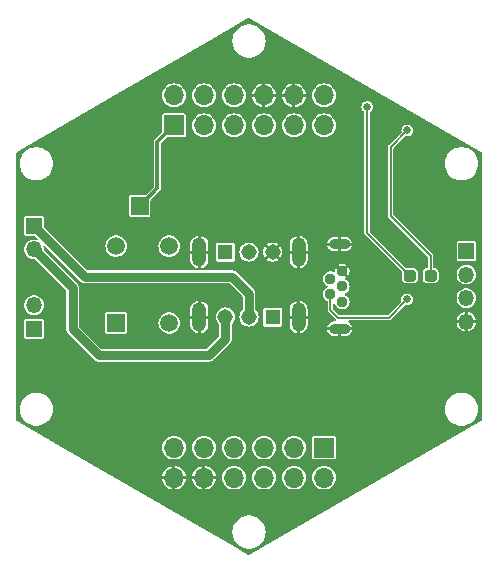
<source format=gbr>
%TF.GenerationSoftware,KiCad,Pcbnew,7.0.5*%
%TF.CreationDate,2024-01-17T11:15:44-05:00*%
%TF.ProjectId,CTRL,4354524c-2e6b-4696-9361-645f70636258,rev?*%
%TF.SameCoordinates,Original*%
%TF.FileFunction,Copper,L2,Bot*%
%TF.FilePolarity,Positive*%
%FSLAX46Y46*%
G04 Gerber Fmt 4.6, Leading zero omitted, Abs format (unit mm)*
G04 Created by KiCad (PCBNEW 7.0.5) date 2024-01-17 11:15:44*
%MOMM*%
%LPD*%
G01*
G04 APERTURE LIST*
G04 Aperture macros list*
%AMRoundRect*
0 Rectangle with rounded corners*
0 $1 Rounding radius*
0 $2 $3 $4 $5 $6 $7 $8 $9 X,Y pos of 4 corners*
0 Add a 4 corners polygon primitive as box body*
4,1,4,$2,$3,$4,$5,$6,$7,$8,$9,$2,$3,0*
0 Add four circle primitives for the rounded corners*
1,1,$1+$1,$2,$3*
1,1,$1+$1,$4,$5*
1,1,$1+$1,$6,$7*
1,1,$1+$1,$8,$9*
0 Add four rect primitives between the rounded corners*
20,1,$1+$1,$2,$3,$4,$5,0*
20,1,$1+$1,$4,$5,$6,$7,0*
20,1,$1+$1,$6,$7,$8,$9,0*
20,1,$1+$1,$8,$9,$2,$3,0*%
G04 Aperture macros list end*
%TA.AperFunction,SMDPad,CuDef*%
%ADD10RoundRect,0.237500X-0.287500X-0.237500X0.287500X-0.237500X0.287500X0.237500X-0.287500X0.237500X0*%
%TD*%
%TA.AperFunction,SMDPad,CuDef*%
%ADD11R,1.500000X1.500000*%
%TD*%
%TA.AperFunction,ComponentPad*%
%ADD12R,1.700000X1.700000*%
%TD*%
%TA.AperFunction,ComponentPad*%
%ADD13O,1.700000X1.700000*%
%TD*%
%TA.AperFunction,ComponentPad*%
%ADD14R,1.350000X1.350000*%
%TD*%
%TA.AperFunction,ComponentPad*%
%ADD15O,1.350000X1.350000*%
%TD*%
%TA.AperFunction,ComponentPad*%
%ADD16R,1.308000X1.308000*%
%TD*%
%TA.AperFunction,ComponentPad*%
%ADD17C,1.308000*%
%TD*%
%TA.AperFunction,ComponentPad*%
%ADD18O,1.230000X2.460000*%
%TD*%
%TA.AperFunction,ComponentPad*%
%ADD19C,0.958000*%
%TD*%
%TA.AperFunction,ComponentPad*%
%ADD20O,1.816000X0.908000*%
%TD*%
%TA.AperFunction,ComponentPad*%
%ADD21R,1.508000X1.508000*%
%TD*%
%TA.AperFunction,ComponentPad*%
%ADD22C,1.508000*%
%TD*%
%TA.AperFunction,ViaPad*%
%ADD23C,0.660400*%
%TD*%
%TA.AperFunction,Conductor*%
%ADD24C,0.152400*%
%TD*%
%TA.AperFunction,Conductor*%
%ADD25C,0.300000*%
%TD*%
%TA.AperFunction,Conductor*%
%ADD26C,0.762000*%
%TD*%
G04 APERTURE END LIST*
D10*
%TO.P,D1,1,K*%
%TO.N,Net-(D1-K)*%
X163785000Y-99198621D03*
%TO.P,D1,2,A*%
%TO.N,Net-(D1-A)*%
X165535000Y-99198621D03*
%TD*%
D11*
%TO.P,TP1,1,1*%
%TO.N,/VBAT*%
X140910000Y-93298621D03*
%TD*%
D12*
%TO.P,J1,1,Pin_1*%
%TO.N,/VBAT*%
X143810000Y-86465599D03*
D13*
%TO.P,J1,2,Pin_2*%
%TO.N,/D8*%
X143810000Y-83925599D03*
%TO.P,J1,3,Pin_3*%
%TO.N,/A5*%
X146350000Y-86465599D03*
%TO.P,J1,4,Pin_4*%
%TO.N,/A3*%
X146350000Y-83925599D03*
%TO.P,J1,5,Pin_5*%
%TO.N,+5V*%
X148890000Y-86465599D03*
%TO.P,J1,6,Pin_6*%
%TO.N,/A2*%
X148890000Y-83925599D03*
%TO.P,J1,7,Pin_7*%
%TO.N,/RXD*%
X151430000Y-86465599D03*
%TO.P,J1,8,Pin_8*%
%TO.N,GND*%
X151430000Y-83925599D03*
%TO.P,J1,9,Pin_9*%
%TO.N,/TXD*%
X153970000Y-86465599D03*
%TO.P,J1,10,Pin_10*%
%TO.N,GND*%
X153970000Y-83925599D03*
%TO.P,J1,11,Pin_11*%
%TO.N,/SDA*%
X156510000Y-86465599D03*
%TO.P,J1,12,Pin_12*%
%TO.N,/SCL*%
X156510000Y-83925599D03*
%TD*%
D12*
%TO.P,J2,1,Pin_1*%
%TO.N,/D12*%
X156510000Y-113743621D03*
D13*
%TO.P,J2,2,Pin_2*%
%TO.N,/D10*%
X156510000Y-116283621D03*
%TO.P,J2,3,Pin_3*%
%TO.N,/MOSI*%
X153970000Y-113743621D03*
%TO.P,J2,4,Pin_4*%
%TO.N,/D1*%
X153970000Y-116283621D03*
%TO.P,J2,5,Pin_5*%
%TO.N,/SCK*%
X151430000Y-113743621D03*
%TO.P,J2,6,Pin_6*%
%TO.N,/D3*%
X151430000Y-116283621D03*
%TO.P,J2,7,Pin_7*%
%TO.N,/D2*%
X148890000Y-113743621D03*
%TO.P,J2,8,Pin_8*%
%TO.N,/A4*%
X148890000Y-116283621D03*
%TO.P,J2,9,Pin_9*%
%TO.N,/MISO*%
X146350000Y-113743621D03*
%TO.P,J2,10,Pin_10*%
%TO.N,GND*%
X146350000Y-116283621D03*
%TO.P,J2,11,Pin_11*%
%TO.N,/D4*%
X143810000Y-113743621D03*
%TO.P,J2,12,Pin_12*%
%TO.N,GND*%
X143810000Y-116283621D03*
%TD*%
D14*
%TO.P,J4,1,Pin_1*%
%TO.N,Net-(J4-Pin_1)*%
X131950000Y-103698621D03*
D15*
%TO.P,J4,2,Pin_2*%
%TO.N,Net-(J4-Pin_2)*%
X131950000Y-101698621D03*
%TD*%
D14*
%TO.P,J6,1,Pin_1*%
%TO.N,+5V*%
X168570000Y-97098621D03*
D15*
%TO.P,J6,2,Pin_2*%
%TO.N,Net-(J6-Pin_2)*%
X168570000Y-99098621D03*
%TO.P,J6,3,Pin_3*%
%TO.N,Net-(J6-Pin_3)*%
X168570000Y-101098621D03*
%TO.P,J6,4,Pin_4*%
%TO.N,GND*%
X168570000Y-103098621D03*
%TD*%
D14*
%TO.P,J5,1,Pin_1*%
%TO.N,Net-(J5-Pin_1)*%
X131950000Y-94968621D03*
D15*
%TO.P,J5,2,Pin_2*%
%TO.N,Net-(J5-Pin_2)*%
X131950000Y-96968621D03*
%TD*%
D16*
%TO.P,S2,1*%
%TO.N,unconnected-(S2-Pad1)*%
X148160000Y-97198621D03*
D17*
%TO.P,S2,2*%
%TO.N,/LORA_FREQ_SELECT*%
X150160000Y-97198621D03*
%TO.P,S2,3*%
%TO.N,GND*%
X152160000Y-97198621D03*
D18*
%TO.P,S2,S1,SHIELD*%
X145960000Y-97198621D03*
%TO.P,S2,S2,SHIELD*%
X154360000Y-97198621D03*
%TD*%
D19*
%TO.P,J3,1,VCC*%
%TO.N,Net-(J3-VCC)*%
X158052500Y-101404610D03*
%TO.P,J3,2,D-*%
%TO.N,/USB-*%
X157052500Y-100754610D03*
%TO.P,J3,3,D+*%
%TO.N,/USB+*%
X158052500Y-100104610D03*
%TO.P,J3,4,ID*%
%TO.N,unconnected-(J3-ID-Pad4)*%
X157052500Y-99454610D03*
%TO.P,J3,5,GND*%
%TO.N,GND*%
X158052500Y-98804610D03*
D20*
%TO.P,J3,S1,SHIELD*%
X157832500Y-103679610D03*
%TO.P,J3,S2,SHIELD*%
X157832500Y-96529610D03*
%TD*%
D16*
%TO.P,S3,1*%
%TO.N,unconnected-(S3-Pad1)*%
X152160000Y-102698621D03*
D17*
%TO.P,S3,2*%
%TO.N,Net-(J5-Pin_1)*%
X150160000Y-102698621D03*
%TO.P,S3,3*%
%TO.N,Net-(J5-Pin_2)*%
X148160000Y-102698621D03*
D18*
%TO.P,S3,S1,SHIELD*%
%TO.N,GND*%
X154360000Y-102698621D03*
%TO.P,S3,S2,SHIELD*%
X145960000Y-102698621D03*
%TD*%
D21*
%TO.P,S1,1*%
%TO.N,Net-(J4-Pin_1)*%
X138910000Y-103198621D03*
D22*
%TO.P,S1,2*%
%TO.N,unconnected-(S1-Pad2)*%
X138910000Y-96698621D03*
%TO.P,S1,3*%
%TO.N,Net-(J4-Pin_2)*%
X143410000Y-103198621D03*
%TO.P,S1,4*%
%TO.N,unconnected-(S1-Pad4)*%
X143410000Y-96698621D03*
%TD*%
D23*
%TO.N,GND*%
X137160000Y-97198621D03*
X137160000Y-100698621D03*
X143160000Y-100698621D03*
X141160000Y-100698621D03*
X139160000Y-100698621D03*
X139160000Y-85198621D03*
X160260000Y-97248621D03*
X161410000Y-95148621D03*
X143660000Y-93198621D03*
X143660000Y-89198621D03*
X143660000Y-91198621D03*
X149160000Y-93198621D03*
X149160000Y-91198621D03*
X147160000Y-91198621D03*
X145160000Y-91198621D03*
X163360000Y-97048621D03*
X158460000Y-94998621D03*
%TO.N,Net-(D1-A)*%
X163560000Y-86898621D03*
%TO.N,Net-(D1-K)*%
X160160000Y-84898621D03*
%TO.N,GND*%
X161160000Y-88948621D03*
X163160000Y-88948621D03*
X165160000Y-89198621D03*
X155160000Y-91698621D03*
X143160000Y-95198621D03*
X159160000Y-116198621D03*
X141160000Y-112198621D03*
X161160000Y-108198621D03*
X165160000Y-95198621D03*
X151160000Y-82198621D03*
X167160000Y-93198621D03*
X147160000Y-93198621D03*
X137160000Y-110198621D03*
X141160000Y-114198621D03*
X149160000Y-118198621D03*
X163160000Y-110198621D03*
X165160000Y-112198621D03*
X135160000Y-112198621D03*
X165160000Y-108198621D03*
X139160000Y-108198621D03*
X147160000Y-89198621D03*
X141160000Y-97198621D03*
X139160000Y-87198621D03*
X163160000Y-91198621D03*
X135160000Y-89198621D03*
X141160000Y-89198621D03*
X139160000Y-114198621D03*
X155160000Y-118198621D03*
X157160000Y-110198621D03*
X135160000Y-106198621D03*
X137160000Y-89198621D03*
X159160000Y-110198621D03*
X135160000Y-95198621D03*
X153154300Y-80198620D03*
X141160000Y-91198621D03*
X161160000Y-114198621D03*
X149160000Y-82198621D03*
X165160000Y-91198621D03*
X147160000Y-118198621D03*
X165160000Y-104198621D03*
X145160000Y-93198621D03*
X135160000Y-93198621D03*
X135160000Y-108198621D03*
X153160000Y-106198621D03*
X161160000Y-110198621D03*
X137160000Y-112198621D03*
X145160000Y-110198621D03*
X147160000Y-80198621D03*
X131160000Y-108198621D03*
X141160000Y-110198621D03*
X141160000Y-116198621D03*
X153160000Y-120198621D03*
X137160000Y-108198621D03*
X155160000Y-106198621D03*
X139160000Y-110198621D03*
X167160000Y-95198621D03*
X139160000Y-112198621D03*
X151160000Y-106198621D03*
X153160000Y-118198621D03*
X147160000Y-120198621D03*
X151160000Y-118198621D03*
X149160000Y-106198621D03*
X155160000Y-108198621D03*
X145160000Y-82198621D03*
X163160000Y-93198621D03*
X133160000Y-108198621D03*
X145160000Y-118198621D03*
X163160000Y-114198621D03*
X165160000Y-93198621D03*
X167160000Y-106198621D03*
X143160000Y-108198621D03*
X165160000Y-106198621D03*
X159160000Y-114198621D03*
X135160000Y-110198621D03*
X139160000Y-95198621D03*
X159160000Y-108198621D03*
X165160000Y-110198621D03*
X141160000Y-108198621D03*
X163160000Y-104198621D03*
X141160000Y-87198621D03*
X143160000Y-110198621D03*
X141160000Y-95198621D03*
X135160000Y-87198621D03*
X141160000Y-85198621D03*
X151160000Y-108198621D03*
X137160000Y-93198621D03*
X147160000Y-110198621D03*
X161160000Y-106198621D03*
X137160000Y-114198621D03*
X157160000Y-106198621D03*
X153160000Y-82198621D03*
X159160000Y-106198621D03*
X137160000Y-91198621D03*
X155160000Y-82198621D03*
X161160000Y-112198621D03*
X163160000Y-108198621D03*
X167160000Y-108198621D03*
X139160000Y-91198621D03*
X161160000Y-104198621D03*
X163160000Y-106198621D03*
X147160000Y-82198621D03*
X137160000Y-95198621D03*
X153160000Y-108198621D03*
X163160000Y-112198621D03*
X145160000Y-108198621D03*
X139160000Y-89198621D03*
X145160000Y-89198621D03*
X157160000Y-108198621D03*
X137160000Y-87198621D03*
X159160000Y-112198621D03*
X161160000Y-91198621D03*
X135160000Y-91198621D03*
%TO.N,/USB-*%
X163540000Y-101208621D03*
%TD*%
D24*
%TO.N,Net-(D1-K)*%
X160160000Y-91598621D02*
X160160000Y-84898621D01*
X160160000Y-91598621D02*
X160160000Y-95573621D01*
X160160000Y-95573621D02*
X163785000Y-99198621D01*
%TO.N,Net-(D1-A)*%
X165535000Y-99198621D02*
X165535000Y-97523621D01*
X162160000Y-94148621D02*
X162160000Y-88298621D01*
X165535000Y-97523621D02*
X162160000Y-94148621D01*
X162160000Y-88298621D02*
X163560000Y-86898621D01*
D25*
%TO.N,/VBAT*%
X142410000Y-87865599D02*
X142410000Y-91798621D01*
X143810000Y-86465599D02*
X142410000Y-87865599D01*
X140910000Y-93298621D02*
X142410000Y-91798621D01*
D24*
%TO.N,/USB-*%
X157700000Y-102758621D02*
X161990000Y-102758621D01*
X157052500Y-102111121D02*
X157700000Y-102758621D01*
X157052500Y-100754610D02*
X157052500Y-102111121D01*
X161990000Y-102758621D02*
X163540000Y-101208621D01*
D26*
%TO.N,Net-(J5-Pin_1)*%
X148740000Y-99288621D02*
X136270000Y-99288621D01*
X150160000Y-100708621D02*
X148740000Y-99288621D01*
X150160000Y-102698621D02*
X150160000Y-100708621D01*
X136270000Y-99288621D02*
X131950000Y-94968621D01*
%TO.N,Net-(J5-Pin_2)*%
X137450000Y-105938621D02*
X135220000Y-103708621D01*
X148160000Y-102698621D02*
X148160000Y-104528621D01*
X135220000Y-103708621D02*
X135220000Y-100238621D01*
X146750000Y-105938621D02*
X137450000Y-105938621D01*
X135220000Y-100238621D02*
X131950000Y-96968621D01*
X148160000Y-104528621D02*
X146750000Y-105938621D01*
%TD*%
%TA.AperFunction,Conductor*%
%TO.N,GND*%
G36*
X150203946Y-77388502D02*
G01*
X169810750Y-88708494D01*
X169849399Y-88754554D01*
X169854700Y-88784618D01*
X169854700Y-111424599D01*
X169834135Y-111481100D01*
X169810750Y-111500723D01*
X150203949Y-122820715D01*
X150144735Y-122831156D01*
X150116049Y-122820715D01*
X149138254Y-122256185D01*
X146770601Y-120889220D01*
X148749884Y-120889220D01*
X148769115Y-121121316D01*
X148769116Y-121121322D01*
X148826286Y-121347080D01*
X148826289Y-121347088D01*
X148897987Y-121510541D01*
X148919840Y-121560361D01*
X148919844Y-121560367D01*
X149047215Y-121755325D01*
X149047216Y-121755327D01*
X149047220Y-121755331D01*
X149204954Y-121926676D01*
X149388740Y-122069722D01*
X149593563Y-122180567D01*
X149813837Y-122256187D01*
X149813839Y-122256187D01*
X149813841Y-122256188D01*
X150043550Y-122294520D01*
X150043554Y-122294520D01*
X150276450Y-122294520D01*
X150506158Y-122256188D01*
X150506158Y-122256187D01*
X150506163Y-122256187D01*
X150726437Y-122180567D01*
X150931260Y-122069722D01*
X151115046Y-121926676D01*
X151272780Y-121755331D01*
X151400160Y-121560361D01*
X151493712Y-121347084D01*
X151550884Y-121121317D01*
X151570116Y-120889220D01*
X151550884Y-120657123D01*
X151550883Y-120657117D01*
X151493713Y-120431359D01*
X151493710Y-120431351D01*
X151400164Y-120218089D01*
X151400160Y-120218079D01*
X151319435Y-120094520D01*
X151272784Y-120023114D01*
X151272783Y-120023112D01*
X151115050Y-119851768D01*
X151115048Y-119851767D01*
X151115046Y-119851764D01*
X150931260Y-119708718D01*
X150726437Y-119597873D01*
X150726433Y-119597871D01*
X150726430Y-119597870D01*
X150506167Y-119522254D01*
X150506158Y-119522251D01*
X150276450Y-119483920D01*
X150276446Y-119483920D01*
X150043554Y-119483920D01*
X150043550Y-119483920D01*
X149813841Y-119522251D01*
X149813832Y-119522254D01*
X149593569Y-119597870D01*
X149388740Y-119708718D01*
X149204949Y-119851768D01*
X149047216Y-120023112D01*
X149047215Y-120023114D01*
X148919844Y-120218072D01*
X148919835Y-120218089D01*
X148826289Y-120431351D01*
X148826286Y-120431359D01*
X148769116Y-120657117D01*
X148769115Y-120657123D01*
X148749884Y-120889220D01*
X146770601Y-120889220D01*
X139013440Y-116410621D01*
X142815259Y-116410621D01*
X142822105Y-116480132D01*
X142879419Y-116669073D01*
X142972504Y-116843222D01*
X143097759Y-116995845D01*
X143097775Y-116995861D01*
X143250398Y-117121116D01*
X143250397Y-117121116D01*
X143424547Y-117214201D01*
X143613491Y-117271516D01*
X143613498Y-117271517D01*
X143682999Y-117278362D01*
X143683000Y-117278362D01*
X143683000Y-116770502D01*
X143774237Y-116783621D01*
X143845763Y-116783621D01*
X143937000Y-116770502D01*
X143937000Y-117278362D01*
X144006501Y-117271517D01*
X144006508Y-117271516D01*
X144195452Y-117214201D01*
X144369601Y-117121116D01*
X144522224Y-116995861D01*
X144522240Y-116995845D01*
X144647495Y-116843222D01*
X144740580Y-116669073D01*
X144797894Y-116480132D01*
X144804741Y-116410621D01*
X145355259Y-116410621D01*
X145362105Y-116480132D01*
X145419419Y-116669073D01*
X145512504Y-116843222D01*
X145637759Y-116995845D01*
X145637775Y-116995861D01*
X145790398Y-117121116D01*
X145790397Y-117121116D01*
X145964547Y-117214201D01*
X146153491Y-117271516D01*
X146153498Y-117271517D01*
X146222999Y-117278362D01*
X146223000Y-117278362D01*
X146223000Y-116770502D01*
X146314237Y-116783621D01*
X146385763Y-116783621D01*
X146477000Y-116770502D01*
X146477000Y-117278362D01*
X146546501Y-117271517D01*
X146546508Y-117271516D01*
X146735452Y-117214201D01*
X146909601Y-117121116D01*
X147062224Y-116995861D01*
X147062240Y-116995845D01*
X147187495Y-116843222D01*
X147280580Y-116669073D01*
X147337894Y-116480132D01*
X147344741Y-116410621D01*
X146833818Y-116410621D01*
X146850000Y-116355510D01*
X146850000Y-116283621D01*
X147882247Y-116283621D01*
X147901612Y-116480230D01*
X147958898Y-116669073D01*
X147958958Y-116669271D01*
X148052084Y-116843499D01*
X148177411Y-116996210D01*
X148330122Y-117121537D01*
X148504350Y-117214663D01*
X148638715Y-117255422D01*
X148691771Y-117271517D01*
X148693397Y-117272010D01*
X148890000Y-117291374D01*
X149086603Y-117272010D01*
X149275650Y-117214663D01*
X149449878Y-117121537D01*
X149602589Y-116996210D01*
X149727916Y-116843499D01*
X149821042Y-116669271D01*
X149878389Y-116480224D01*
X149897753Y-116283621D01*
X150422247Y-116283621D01*
X150441612Y-116480230D01*
X150498898Y-116669073D01*
X150498958Y-116669271D01*
X150592084Y-116843499D01*
X150717411Y-116996210D01*
X150870122Y-117121537D01*
X151044350Y-117214663D01*
X151178715Y-117255422D01*
X151231771Y-117271517D01*
X151233397Y-117272010D01*
X151430000Y-117291374D01*
X151626603Y-117272010D01*
X151815650Y-117214663D01*
X151989878Y-117121537D01*
X152142589Y-116996210D01*
X152267916Y-116843499D01*
X152361042Y-116669271D01*
X152418389Y-116480224D01*
X152437753Y-116283621D01*
X152962247Y-116283621D01*
X152981612Y-116480230D01*
X153038898Y-116669073D01*
X153038958Y-116669271D01*
X153132084Y-116843499D01*
X153257411Y-116996210D01*
X153410122Y-117121537D01*
X153584350Y-117214663D01*
X153718715Y-117255422D01*
X153771771Y-117271517D01*
X153773397Y-117272010D01*
X153970000Y-117291374D01*
X154166603Y-117272010D01*
X154355650Y-117214663D01*
X154529878Y-117121537D01*
X154682589Y-116996210D01*
X154807916Y-116843499D01*
X154901042Y-116669271D01*
X154958389Y-116480224D01*
X154977753Y-116283621D01*
X155502247Y-116283621D01*
X155521612Y-116480230D01*
X155578898Y-116669073D01*
X155578958Y-116669271D01*
X155672084Y-116843499D01*
X155797411Y-116996210D01*
X155950122Y-117121537D01*
X156124350Y-117214663D01*
X156258715Y-117255422D01*
X156311771Y-117271517D01*
X156313397Y-117272010D01*
X156510000Y-117291374D01*
X156706603Y-117272010D01*
X156895650Y-117214663D01*
X157069878Y-117121537D01*
X157222589Y-116996210D01*
X157347916Y-116843499D01*
X157441042Y-116669271D01*
X157498389Y-116480224D01*
X157517753Y-116283621D01*
X157498389Y-116087018D01*
X157441042Y-115897971D01*
X157347916Y-115723743D01*
X157222589Y-115571032D01*
X157069878Y-115445705D01*
X156895650Y-115352579D01*
X156895649Y-115352578D01*
X156895648Y-115352578D01*
X156706609Y-115295233D01*
X156706604Y-115295232D01*
X156706603Y-115295232D01*
X156510000Y-115275868D01*
X156509999Y-115275868D01*
X156462657Y-115280530D01*
X156313397Y-115295232D01*
X156313395Y-115295232D01*
X156313390Y-115295233D01*
X156124351Y-115352578D01*
X155950121Y-115445705D01*
X155797413Y-115571030D01*
X155797409Y-115571034D01*
X155672084Y-115723742D01*
X155578957Y-115897972D01*
X155521612Y-116087011D01*
X155502247Y-116283621D01*
X154977753Y-116283621D01*
X154958389Y-116087018D01*
X154901042Y-115897971D01*
X154807916Y-115723743D01*
X154682589Y-115571032D01*
X154529878Y-115445705D01*
X154355650Y-115352579D01*
X154355649Y-115352578D01*
X154355648Y-115352578D01*
X154166609Y-115295233D01*
X154166604Y-115295232D01*
X154166603Y-115295232D01*
X153970000Y-115275868D01*
X153773397Y-115295232D01*
X153773395Y-115295232D01*
X153773390Y-115295233D01*
X153584351Y-115352578D01*
X153410121Y-115445705D01*
X153257413Y-115571030D01*
X153257409Y-115571034D01*
X153132084Y-115723742D01*
X153038957Y-115897972D01*
X152981612Y-116087011D01*
X152962247Y-116283621D01*
X152437753Y-116283621D01*
X152418389Y-116087018D01*
X152361042Y-115897971D01*
X152267916Y-115723743D01*
X152142589Y-115571032D01*
X151989878Y-115445705D01*
X151815650Y-115352579D01*
X151815649Y-115352578D01*
X151815648Y-115352578D01*
X151626609Y-115295233D01*
X151626604Y-115295232D01*
X151626603Y-115295232D01*
X151430000Y-115275868D01*
X151429999Y-115275868D01*
X151382657Y-115280530D01*
X151233397Y-115295232D01*
X151233395Y-115295232D01*
X151233390Y-115295233D01*
X151044351Y-115352578D01*
X150870121Y-115445705D01*
X150717413Y-115571030D01*
X150717409Y-115571034D01*
X150592084Y-115723742D01*
X150498957Y-115897972D01*
X150441612Y-116087011D01*
X150422247Y-116283621D01*
X149897753Y-116283621D01*
X149878389Y-116087018D01*
X149821042Y-115897971D01*
X149727916Y-115723743D01*
X149602589Y-115571032D01*
X149449878Y-115445705D01*
X149275650Y-115352579D01*
X149275649Y-115352578D01*
X149275648Y-115352578D01*
X149086609Y-115295233D01*
X149086604Y-115295232D01*
X149086603Y-115295232D01*
X148890000Y-115275868D01*
X148889999Y-115275868D01*
X148842657Y-115280530D01*
X148693397Y-115295232D01*
X148693395Y-115295232D01*
X148693390Y-115295233D01*
X148504351Y-115352578D01*
X148330121Y-115445705D01*
X148177413Y-115571030D01*
X148177409Y-115571034D01*
X148052084Y-115723742D01*
X147958957Y-115897972D01*
X147901612Y-116087011D01*
X147882247Y-116283621D01*
X146850000Y-116283621D01*
X146850000Y-116211732D01*
X146833818Y-116156621D01*
X147344741Y-116156621D01*
X147337894Y-116087109D01*
X147280580Y-115898168D01*
X147187495Y-115724019D01*
X147062240Y-115571396D01*
X147062224Y-115571380D01*
X146909601Y-115446125D01*
X146909602Y-115446125D01*
X146735452Y-115353040D01*
X146546511Y-115295726D01*
X146546512Y-115295726D01*
X146477000Y-115288879D01*
X146477000Y-115796739D01*
X146385763Y-115783621D01*
X146314237Y-115783621D01*
X146223000Y-115796739D01*
X146223000Y-115288879D01*
X146153488Y-115295726D01*
X145964547Y-115353040D01*
X145790398Y-115446125D01*
X145637775Y-115571380D01*
X145637759Y-115571396D01*
X145512504Y-115724019D01*
X145419419Y-115898168D01*
X145362105Y-116087109D01*
X145355259Y-116156621D01*
X145866182Y-116156621D01*
X145850000Y-116211732D01*
X145850000Y-116355510D01*
X145866182Y-116410621D01*
X145355259Y-116410621D01*
X144804741Y-116410621D01*
X144293818Y-116410621D01*
X144310000Y-116355510D01*
X144310000Y-116211732D01*
X144293818Y-116156621D01*
X144804741Y-116156621D01*
X144797894Y-116087109D01*
X144740580Y-115898168D01*
X144647495Y-115724019D01*
X144522240Y-115571396D01*
X144522224Y-115571380D01*
X144369601Y-115446125D01*
X144369602Y-115446125D01*
X144195452Y-115353040D01*
X144006511Y-115295726D01*
X144006512Y-115295726D01*
X143937000Y-115288879D01*
X143937000Y-115796739D01*
X143845763Y-115783621D01*
X143774237Y-115783621D01*
X143683000Y-115796739D01*
X143683000Y-115288879D01*
X143613488Y-115295726D01*
X143424547Y-115353040D01*
X143250398Y-115446125D01*
X143097775Y-115571380D01*
X143097759Y-115571396D01*
X142972504Y-115724019D01*
X142879419Y-115898168D01*
X142822105Y-116087109D01*
X142815259Y-116156621D01*
X143326182Y-116156621D01*
X143310000Y-116211732D01*
X143310000Y-116355510D01*
X143326182Y-116410621D01*
X142815259Y-116410621D01*
X139013440Y-116410621D01*
X134394061Y-113743621D01*
X142802247Y-113743621D01*
X142821612Y-113940230D01*
X142878957Y-114129269D01*
X142878958Y-114129271D01*
X142972084Y-114303499D01*
X143097411Y-114456210D01*
X143250122Y-114581537D01*
X143424350Y-114674663D01*
X143613397Y-114732010D01*
X143810000Y-114751374D01*
X144006603Y-114732010D01*
X144195650Y-114674663D01*
X144369878Y-114581537D01*
X144522589Y-114456210D01*
X144647916Y-114303499D01*
X144741042Y-114129271D01*
X144798389Y-113940224D01*
X144817753Y-113743621D01*
X145342247Y-113743621D01*
X145361612Y-113940230D01*
X145418957Y-114129269D01*
X145418958Y-114129271D01*
X145512084Y-114303499D01*
X145637411Y-114456210D01*
X145790122Y-114581537D01*
X145964350Y-114674663D01*
X146153397Y-114732010D01*
X146350000Y-114751374D01*
X146546603Y-114732010D01*
X146735650Y-114674663D01*
X146909878Y-114581537D01*
X147062589Y-114456210D01*
X147187916Y-114303499D01*
X147281042Y-114129271D01*
X147338389Y-113940224D01*
X147357753Y-113743621D01*
X147357753Y-113743620D01*
X147882247Y-113743620D01*
X147901612Y-113940230D01*
X147958957Y-114129269D01*
X147958958Y-114129271D01*
X148052084Y-114303499D01*
X148177411Y-114456210D01*
X148330122Y-114581537D01*
X148504350Y-114674663D01*
X148693397Y-114732010D01*
X148890000Y-114751374D01*
X149086603Y-114732010D01*
X149275650Y-114674663D01*
X149449878Y-114581537D01*
X149602589Y-114456210D01*
X149727916Y-114303499D01*
X149821042Y-114129271D01*
X149878389Y-113940224D01*
X149897753Y-113743621D01*
X149897753Y-113743620D01*
X150422247Y-113743620D01*
X150441612Y-113940230D01*
X150498957Y-114129269D01*
X150498958Y-114129271D01*
X150592084Y-114303499D01*
X150717411Y-114456210D01*
X150870122Y-114581537D01*
X151044350Y-114674663D01*
X151233397Y-114732010D01*
X151430000Y-114751374D01*
X151626603Y-114732010D01*
X151815650Y-114674663D01*
X151989878Y-114581537D01*
X152142589Y-114456210D01*
X152267916Y-114303499D01*
X152361042Y-114129271D01*
X152418389Y-113940224D01*
X152437753Y-113743621D01*
X152437753Y-113743620D01*
X152962247Y-113743620D01*
X152981612Y-113940230D01*
X153038957Y-114129269D01*
X153038958Y-114129271D01*
X153132084Y-114303499D01*
X153257411Y-114456210D01*
X153410122Y-114581537D01*
X153584350Y-114674663D01*
X153773397Y-114732010D01*
X153970000Y-114751374D01*
X154166603Y-114732010D01*
X154355650Y-114674663D01*
X154479098Y-114608679D01*
X155507100Y-114608679D01*
X155515972Y-114653279D01*
X155549766Y-114703855D01*
X155566701Y-114715171D01*
X155600341Y-114737649D01*
X155607741Y-114739120D01*
X155644943Y-114746521D01*
X157375056Y-114746520D01*
X157375058Y-114746520D01*
X157387750Y-114743995D01*
X157419658Y-114737649D01*
X157470234Y-114703855D01*
X157504028Y-114653279D01*
X157512900Y-114608678D01*
X157512899Y-112878565D01*
X157512899Y-112878564D01*
X157512899Y-112878562D01*
X157509111Y-112859523D01*
X157504028Y-112833963D01*
X157470234Y-112783387D01*
X157470002Y-112783232D01*
X157419658Y-112749592D01*
X157382456Y-112742192D01*
X157375057Y-112740721D01*
X157375056Y-112740721D01*
X155644941Y-112740721D01*
X155600341Y-112749593D01*
X155549767Y-112783386D01*
X155549764Y-112783389D01*
X155515971Y-112833962D01*
X155507100Y-112878564D01*
X155507100Y-114608679D01*
X154479098Y-114608679D01*
X154529878Y-114581537D01*
X154682589Y-114456210D01*
X154807916Y-114303499D01*
X154901042Y-114129271D01*
X154958389Y-113940224D01*
X154977753Y-113743621D01*
X154958389Y-113547018D01*
X154901042Y-113357971D01*
X154807916Y-113183743D01*
X154682589Y-113031032D01*
X154529878Y-112905705D01*
X154355650Y-112812579D01*
X154355649Y-112812578D01*
X154355648Y-112812578D01*
X154166609Y-112755233D01*
X154166604Y-112755232D01*
X154166603Y-112755232D01*
X153970000Y-112735868D01*
X153773397Y-112755232D01*
X153773395Y-112755232D01*
X153773390Y-112755233D01*
X153584351Y-112812578D01*
X153410121Y-112905705D01*
X153257413Y-113031030D01*
X153257409Y-113031034D01*
X153132084Y-113183742D01*
X153038957Y-113357972D01*
X152981612Y-113547011D01*
X152962247Y-113743620D01*
X152437753Y-113743620D01*
X152418389Y-113547018D01*
X152361042Y-113357971D01*
X152267916Y-113183743D01*
X152142589Y-113031032D01*
X151989878Y-112905705D01*
X151815650Y-112812579D01*
X151815649Y-112812578D01*
X151815648Y-112812578D01*
X151626609Y-112755233D01*
X151626604Y-112755232D01*
X151626603Y-112755232D01*
X151430000Y-112735868D01*
X151429999Y-112735868D01*
X151382657Y-112740530D01*
X151233397Y-112755232D01*
X151233395Y-112755232D01*
X151233390Y-112755233D01*
X151044351Y-112812578D01*
X150870121Y-112905705D01*
X150717413Y-113031030D01*
X150717409Y-113031034D01*
X150592084Y-113183742D01*
X150498957Y-113357972D01*
X150441612Y-113547011D01*
X150422247Y-113743620D01*
X149897753Y-113743620D01*
X149878389Y-113547018D01*
X149821042Y-113357971D01*
X149727916Y-113183743D01*
X149602589Y-113031032D01*
X149449878Y-112905705D01*
X149275650Y-112812579D01*
X149275649Y-112812578D01*
X149275648Y-112812578D01*
X149086609Y-112755233D01*
X149086604Y-112755232D01*
X149086603Y-112755232D01*
X148890000Y-112735868D01*
X148693397Y-112755232D01*
X148693395Y-112755232D01*
X148693390Y-112755233D01*
X148504351Y-112812578D01*
X148330121Y-112905705D01*
X148177413Y-113031030D01*
X148177409Y-113031034D01*
X148052084Y-113183742D01*
X147958957Y-113357972D01*
X147901612Y-113547011D01*
X147882247Y-113743620D01*
X147357753Y-113743620D01*
X147338389Y-113547018D01*
X147281042Y-113357971D01*
X147187916Y-113183743D01*
X147062589Y-113031032D01*
X146909878Y-112905705D01*
X146735650Y-112812579D01*
X146735649Y-112812578D01*
X146735648Y-112812578D01*
X146546609Y-112755233D01*
X146546604Y-112755232D01*
X146546603Y-112755232D01*
X146350000Y-112735868D01*
X146153397Y-112755232D01*
X146153395Y-112755232D01*
X146153390Y-112755233D01*
X145964351Y-112812578D01*
X145790121Y-112905705D01*
X145637413Y-113031030D01*
X145637409Y-113031034D01*
X145512084Y-113183742D01*
X145418957Y-113357972D01*
X145361612Y-113547011D01*
X145342247Y-113743621D01*
X144817753Y-113743621D01*
X144798389Y-113547018D01*
X144741042Y-113357971D01*
X144647916Y-113183743D01*
X144522589Y-113031032D01*
X144369878Y-112905705D01*
X144195650Y-112812579D01*
X144195649Y-112812578D01*
X144195648Y-112812578D01*
X144006609Y-112755233D01*
X144006604Y-112755232D01*
X144006603Y-112755232D01*
X143810000Y-112735868D01*
X143613397Y-112755232D01*
X143613395Y-112755232D01*
X143613390Y-112755233D01*
X143424351Y-112812578D01*
X143250121Y-112905705D01*
X143097413Y-113031030D01*
X143097409Y-113031034D01*
X142972084Y-113183742D01*
X142878957Y-113357972D01*
X142821612Y-113547011D01*
X142802247Y-113743621D01*
X134394061Y-113743621D01*
X130509248Y-111500723D01*
X130470600Y-111454664D01*
X130465300Y-111424605D01*
X130465300Y-110496915D01*
X130749884Y-110496915D01*
X130769115Y-110729011D01*
X130769116Y-110729017D01*
X130826286Y-110954775D01*
X130826289Y-110954783D01*
X130897987Y-111118236D01*
X130919840Y-111168056D01*
X130919844Y-111168062D01*
X131047215Y-111363020D01*
X131047216Y-111363022D01*
X131173979Y-111500724D01*
X131204954Y-111534371D01*
X131388740Y-111677417D01*
X131593563Y-111788262D01*
X131813837Y-111863882D01*
X131813839Y-111863882D01*
X131813841Y-111863883D01*
X132043550Y-111902215D01*
X132043554Y-111902215D01*
X132276450Y-111902215D01*
X132506158Y-111863883D01*
X132506158Y-111863882D01*
X132506163Y-111863882D01*
X132726437Y-111788262D01*
X132931260Y-111677417D01*
X133115046Y-111534371D01*
X133272780Y-111363026D01*
X133400160Y-111168056D01*
X133493712Y-110954779D01*
X133550884Y-110729012D01*
X133570116Y-110496915D01*
X133570116Y-110496914D01*
X166749884Y-110496914D01*
X166769115Y-110729011D01*
X166769116Y-110729017D01*
X166826286Y-110954775D01*
X166826289Y-110954783D01*
X166897987Y-111118236D01*
X166919840Y-111168056D01*
X166919844Y-111168062D01*
X167047215Y-111363020D01*
X167047216Y-111363022D01*
X167173979Y-111500724D01*
X167204954Y-111534371D01*
X167388740Y-111677417D01*
X167593563Y-111788262D01*
X167813837Y-111863882D01*
X167813839Y-111863882D01*
X167813841Y-111863883D01*
X168043550Y-111902215D01*
X168043554Y-111902215D01*
X168276450Y-111902215D01*
X168506158Y-111863883D01*
X168506158Y-111863882D01*
X168506163Y-111863882D01*
X168726437Y-111788262D01*
X168931260Y-111677417D01*
X169115046Y-111534371D01*
X169272780Y-111363026D01*
X169400160Y-111168056D01*
X169493712Y-110954779D01*
X169550884Y-110729012D01*
X169570116Y-110496915D01*
X169550884Y-110264818D01*
X169550883Y-110264812D01*
X169493713Y-110039054D01*
X169493710Y-110039046D01*
X169400164Y-109825784D01*
X169400160Y-109825774D01*
X169319435Y-109702215D01*
X169272784Y-109630809D01*
X169272783Y-109630807D01*
X169115050Y-109459463D01*
X169115048Y-109459462D01*
X169115046Y-109459459D01*
X168931260Y-109316413D01*
X168726437Y-109205568D01*
X168726433Y-109205566D01*
X168726430Y-109205565D01*
X168506167Y-109129949D01*
X168506158Y-109129946D01*
X168276450Y-109091615D01*
X168276446Y-109091615D01*
X168043554Y-109091615D01*
X168043550Y-109091615D01*
X167813841Y-109129946D01*
X167813832Y-109129949D01*
X167593569Y-109205565D01*
X167388740Y-109316413D01*
X167204949Y-109459463D01*
X167047216Y-109630807D01*
X167047215Y-109630809D01*
X166919844Y-109825767D01*
X166919835Y-109825784D01*
X166826289Y-110039046D01*
X166826286Y-110039054D01*
X166769116Y-110264812D01*
X166769115Y-110264818D01*
X166749884Y-110496914D01*
X133570116Y-110496914D01*
X133550884Y-110264818D01*
X133550883Y-110264812D01*
X133493713Y-110039054D01*
X133493710Y-110039046D01*
X133400164Y-109825784D01*
X133400160Y-109825774D01*
X133319435Y-109702215D01*
X133272784Y-109630809D01*
X133272783Y-109630807D01*
X133115050Y-109459463D01*
X133115048Y-109459462D01*
X133115046Y-109459459D01*
X132931260Y-109316413D01*
X132726437Y-109205568D01*
X132726433Y-109205566D01*
X132726430Y-109205565D01*
X132506167Y-109129949D01*
X132506158Y-109129946D01*
X132276450Y-109091615D01*
X132276446Y-109091615D01*
X132043554Y-109091615D01*
X132043550Y-109091615D01*
X131813841Y-109129946D01*
X131813832Y-109129949D01*
X131593569Y-109205565D01*
X131388740Y-109316413D01*
X131204949Y-109459463D01*
X131047216Y-109630807D01*
X131047215Y-109630809D01*
X130919844Y-109825767D01*
X130919835Y-109825784D01*
X130826289Y-110039046D01*
X130826286Y-110039054D01*
X130769116Y-110264812D01*
X130769115Y-110264818D01*
X130749884Y-110496915D01*
X130465300Y-110496915D01*
X130465300Y-104388679D01*
X131122100Y-104388679D01*
X131130972Y-104433279D01*
X131164766Y-104483855D01*
X131181701Y-104495171D01*
X131215341Y-104517649D01*
X131222741Y-104519120D01*
X131259943Y-104526521D01*
X132640056Y-104526520D01*
X132640058Y-104526520D01*
X132652750Y-104523995D01*
X132684658Y-104517649D01*
X132735234Y-104483855D01*
X132769028Y-104433279D01*
X132777900Y-104388678D01*
X132777899Y-103008565D01*
X132777899Y-103008564D01*
X132777899Y-103008562D01*
X132772505Y-102981447D01*
X132769028Y-102963963D01*
X132735234Y-102913387D01*
X132735002Y-102913232D01*
X132684658Y-102879592D01*
X132647456Y-102872192D01*
X132640057Y-102870721D01*
X132640056Y-102870721D01*
X131259941Y-102870721D01*
X131215341Y-102879593D01*
X131164767Y-102913386D01*
X131164764Y-102913389D01*
X131130971Y-102963962D01*
X131122100Y-103008564D01*
X131122100Y-104388679D01*
X130465300Y-104388679D01*
X130465300Y-101698625D01*
X131117540Y-101698625D01*
X131135729Y-101871693D01*
X131135731Y-101871699D01*
X131189510Y-102037213D01*
X131253335Y-102147760D01*
X131276527Y-102187930D01*
X131384083Y-102307383D01*
X131392976Y-102317259D01*
X131533770Y-102419553D01*
X131692756Y-102490338D01*
X131862984Y-102526521D01*
X132037016Y-102526521D01*
X132207244Y-102490338D01*
X132366230Y-102419553D01*
X132507024Y-102317259D01*
X132623474Y-102187929D01*
X132710490Y-102037213D01*
X132764269Y-101871699D01*
X132768997Y-101826714D01*
X132782460Y-101698625D01*
X132782460Y-101698616D01*
X132764270Y-101525548D01*
X132764269Y-101525545D01*
X132764269Y-101525543D01*
X132710490Y-101360029D01*
X132623474Y-101209313D01*
X132507024Y-101079983D01*
X132366230Y-100977689D01*
X132207244Y-100906904D01*
X132207242Y-100906903D01*
X132207241Y-100906903D01*
X132037016Y-100870721D01*
X131862984Y-100870721D01*
X131692758Y-100906903D01*
X131692754Y-100906905D01*
X131533769Y-100977689D01*
X131392977Y-101079982D01*
X131392975Y-101079983D01*
X131276527Y-101209311D01*
X131194844Y-101350791D01*
X131189510Y-101360029D01*
X131176149Y-101401149D01*
X131135729Y-101525548D01*
X131117540Y-101698616D01*
X131117540Y-101698625D01*
X130465300Y-101698625D01*
X130465300Y-96968625D01*
X131117540Y-96968625D01*
X131135729Y-97141693D01*
X131135731Y-97141699D01*
X131189510Y-97307213D01*
X131276526Y-97457929D01*
X131392976Y-97587259D01*
X131533770Y-97689553D01*
X131692756Y-97760338D01*
X131862984Y-97796521D01*
X131986441Y-97796521D01*
X132042942Y-97817086D01*
X132048596Y-97822266D01*
X134660355Y-100434025D01*
X134685766Y-100488519D01*
X134686100Y-100496180D01*
X134686100Y-103698740D01*
X134686074Y-103700240D01*
X134683906Y-103763731D01*
X134683906Y-103763735D01*
X134694265Y-103806247D01*
X134695105Y-103810668D01*
X134701065Y-103854021D01*
X134709098Y-103872516D01*
X134713874Y-103886716D01*
X134718654Y-103906327D01*
X134740098Y-103944465D01*
X134742101Y-103948498D01*
X134759533Y-103988630D01*
X134759536Y-103988635D01*
X134772266Y-104004282D01*
X134780698Y-104016672D01*
X134790583Y-104034252D01*
X134790584Y-104034253D01*
X134790586Y-104034256D01*
X134819182Y-104062852D01*
X134821525Y-104065195D01*
X134824541Y-104068538D01*
X134852154Y-104102480D01*
X134852160Y-104102485D01*
X134868636Y-104114115D01*
X134880102Y-104123772D01*
X137065502Y-106309173D01*
X137066524Y-106310230D01*
X137084170Y-106329124D01*
X137109892Y-106356666D01*
X137147276Y-106379400D01*
X137150998Y-106381933D01*
X137185867Y-106408374D01*
X137185866Y-106408374D01*
X137185868Y-106408375D01*
X137185870Y-106408376D01*
X137204631Y-106415774D01*
X137218054Y-106422441D01*
X137223942Y-106426021D01*
X137235294Y-106432925D01*
X137260428Y-106439967D01*
X137277431Y-106444731D01*
X137281699Y-106446167D01*
X137309565Y-106457155D01*
X137322402Y-106462218D01*
X137342472Y-106464281D01*
X137357191Y-106467078D01*
X137376617Y-106472521D01*
X137420369Y-106472521D01*
X137424866Y-106472752D01*
X137443954Y-106474714D01*
X137468399Y-106477227D01*
X137484435Y-106474461D01*
X137488281Y-106473799D01*
X137503215Y-106472521D01*
X146740120Y-106472521D01*
X146741620Y-106472547D01*
X146767852Y-106473442D01*
X146805112Y-106474715D01*
X146847635Y-106464352D01*
X146852036Y-106463515D01*
X146895399Y-106457556D01*
X146913901Y-106449518D01*
X146928104Y-106444743D01*
X146947706Y-106439967D01*
X146985863Y-106418511D01*
X146989862Y-106416524D01*
X147030014Y-106399085D01*
X147045662Y-106386353D01*
X147058055Y-106377919D01*
X147075635Y-106368035D01*
X147106577Y-106337091D01*
X147109907Y-106334085D01*
X147143862Y-106306463D01*
X147155497Y-106289977D01*
X147165144Y-106278524D01*
X148530580Y-104913088D01*
X148531607Y-104912096D01*
X148578046Y-104868727D01*
X148600782Y-104831337D01*
X148603308Y-104827625D01*
X148629755Y-104792751D01*
X148637153Y-104773987D01*
X148643820Y-104760564D01*
X148654304Y-104743327D01*
X148666109Y-104701191D01*
X148667545Y-104696922D01*
X148683597Y-104656219D01*
X148685660Y-104636146D01*
X148688455Y-104621435D01*
X148693900Y-104602004D01*
X148693900Y-104558250D01*
X148694131Y-104553752D01*
X148697842Y-104517649D01*
X148698606Y-104510222D01*
X148695178Y-104490338D01*
X148693900Y-104475405D01*
X148693900Y-103342258D01*
X148714465Y-103285757D01*
X148719646Y-103280103D01*
X148732243Y-103267506D01*
X148794852Y-103204898D01*
X148891592Y-103050937D01*
X148925143Y-102955053D01*
X148951646Y-102879313D01*
X148951648Y-102879304D01*
X148972006Y-102698623D01*
X148972006Y-102698618D01*
X148951648Y-102517937D01*
X148951646Y-102517928D01*
X148891594Y-102346311D01*
X148891592Y-102346305D01*
X148807216Y-102212021D01*
X148794854Y-102192347D01*
X148794853Y-102192346D01*
X148794852Y-102192344D01*
X148666277Y-102063769D01*
X148666274Y-102063767D01*
X148666273Y-102063766D01*
X148512318Y-101967030D01*
X148512309Y-101967026D01*
X148340692Y-101906974D01*
X148340683Y-101906972D01*
X148160002Y-101886615D01*
X148159998Y-101886615D01*
X147979316Y-101906972D01*
X147979307Y-101906974D01*
X147807690Y-101967026D01*
X147807681Y-101967030D01*
X147653726Y-102063766D01*
X147525145Y-102192347D01*
X147428409Y-102346302D01*
X147428405Y-102346311D01*
X147368353Y-102517928D01*
X147368351Y-102517937D01*
X147347994Y-102698618D01*
X147347994Y-102698623D01*
X147368351Y-102879304D01*
X147368353Y-102879313D01*
X147428405Y-103050930D01*
X147428409Y-103050939D01*
X147521203Y-103198621D01*
X147525148Y-103204898D01*
X147600355Y-103280105D01*
X147625766Y-103334598D01*
X147626100Y-103342259D01*
X147626100Y-104271062D01*
X147605535Y-104327563D01*
X147600355Y-104333217D01*
X146554596Y-105378976D01*
X146500102Y-105404387D01*
X146492441Y-105404721D01*
X137707559Y-105404721D01*
X137651058Y-105384156D01*
X137645404Y-105378976D01*
X136234107Y-103967679D01*
X138003100Y-103967679D01*
X138007268Y-103988630D01*
X138011972Y-104012279D01*
X138045766Y-104062855D01*
X138049268Y-104065195D01*
X138096341Y-104096649D01*
X138103741Y-104098120D01*
X138140943Y-104105521D01*
X139679056Y-104105520D01*
X139679058Y-104105520D01*
X139691750Y-104102995D01*
X139723658Y-104096649D01*
X139774234Y-104062855D01*
X139808028Y-104012279D01*
X139816900Y-103967678D01*
X139816900Y-103198625D01*
X142498105Y-103198625D01*
X142515873Y-103367679D01*
X142518032Y-103388215D01*
X142576942Y-103569522D01*
X142672261Y-103734619D01*
X142799823Y-103876291D01*
X142954052Y-103988345D01*
X143128209Y-104065885D01*
X143241377Y-104089939D01*
X143314675Y-104105520D01*
X143314677Y-104105520D01*
X143314681Y-104105521D01*
X143314684Y-104105521D01*
X143505316Y-104105521D01*
X143505319Y-104105521D01*
X143691791Y-104065885D01*
X143865948Y-103988345D01*
X144020177Y-103876291D01*
X144147739Y-103734619D01*
X144243058Y-103569522D01*
X144301968Y-103388215D01*
X144305278Y-103356718D01*
X145192600Y-103356718D01*
X145207104Y-103485458D01*
X145207106Y-103485468D01*
X145264218Y-103648683D01*
X145264220Y-103648688D01*
X145356224Y-103795112D01*
X145478508Y-103917396D01*
X145624932Y-104009400D01*
X145624937Y-104009402D01*
X145788156Y-104066515D01*
X145832999Y-104071567D01*
X145833000Y-104071567D01*
X145833000Y-103425104D01*
X145872892Y-103442603D01*
X145989302Y-103452249D01*
X146087000Y-103427508D01*
X146087000Y-104071567D01*
X146131842Y-104066515D01*
X146131845Y-104066515D01*
X146295062Y-104009402D01*
X146295067Y-104009400D01*
X146441491Y-103917396D01*
X146563775Y-103795112D01*
X146655779Y-103648688D01*
X146655781Y-103648683D01*
X146712893Y-103485468D01*
X146712895Y-103485458D01*
X146727400Y-103356718D01*
X146727400Y-102825622D01*
X146727399Y-102825621D01*
X146310000Y-102825621D01*
X146310000Y-102571621D01*
X146727399Y-102571621D01*
X146727400Y-102571620D01*
X146727400Y-102040523D01*
X146712895Y-101911783D01*
X146712893Y-101911773D01*
X146655781Y-101748558D01*
X146655779Y-101748553D01*
X146563775Y-101602129D01*
X146441491Y-101479845D01*
X146295067Y-101387841D01*
X146295062Y-101387839D01*
X146131846Y-101330727D01*
X146131847Y-101330727D01*
X146087000Y-101325674D01*
X146087000Y-101972137D01*
X146047108Y-101954639D01*
X145930698Y-101944993D01*
X145833000Y-101969733D01*
X145833000Y-101325674D01*
X145832999Y-101325674D01*
X145788153Y-101330727D01*
X145624937Y-101387839D01*
X145624932Y-101387841D01*
X145478508Y-101479845D01*
X145356224Y-101602129D01*
X145264220Y-101748553D01*
X145264218Y-101748558D01*
X145207106Y-101911773D01*
X145207104Y-101911783D01*
X145192600Y-102040523D01*
X145192600Y-102571620D01*
X145192601Y-102571621D01*
X145610000Y-102571621D01*
X145610000Y-102825621D01*
X145192600Y-102825621D01*
X145192600Y-103356718D01*
X144305278Y-103356718D01*
X144314655Y-103267506D01*
X144321895Y-103198625D01*
X144321895Y-103198616D01*
X144301968Y-103009031D01*
X144301968Y-103009027D01*
X144243058Y-102827720D01*
X144147739Y-102662623D01*
X144020177Y-102520951D01*
X143880615Y-102419553D01*
X143865947Y-102408896D01*
X143778869Y-102370127D01*
X143691791Y-102331357D01*
X143691789Y-102331356D01*
X143691788Y-102331356D01*
X143505324Y-102291721D01*
X143505319Y-102291721D01*
X143314681Y-102291721D01*
X143314675Y-102291721D01*
X143128211Y-102331356D01*
X143128209Y-102331357D01*
X142954055Y-102408895D01*
X142799822Y-102520951D01*
X142672262Y-102662621D01*
X142576942Y-102827719D01*
X142556346Y-102891108D01*
X142518183Y-103008564D01*
X142518031Y-103009031D01*
X142498105Y-103198616D01*
X142498105Y-103198625D01*
X139816900Y-103198625D01*
X139816899Y-102429565D01*
X139816899Y-102429564D01*
X139816899Y-102429562D01*
X139812788Y-102408895D01*
X139808028Y-102384963D01*
X139774234Y-102334387D01*
X139769698Y-102331356D01*
X139723658Y-102300592D01*
X139686456Y-102293192D01*
X139679057Y-102291721D01*
X139679056Y-102291721D01*
X138140941Y-102291721D01*
X138096341Y-102300593D01*
X138045767Y-102334386D01*
X138045764Y-102334389D01*
X138011971Y-102384962D01*
X138003100Y-102429564D01*
X138003100Y-103967679D01*
X136234107Y-103967679D01*
X135779645Y-103513217D01*
X135754234Y-103458723D01*
X135753900Y-103451062D01*
X135753900Y-100248500D01*
X135753926Y-100246999D01*
X135754728Y-100223498D01*
X135756094Y-100183509D01*
X135745733Y-100140991D01*
X135744892Y-100136566D01*
X135744171Y-100131323D01*
X135738935Y-100093222D01*
X135730896Y-100074716D01*
X135726122Y-100060518D01*
X135721346Y-100040915D01*
X135699894Y-100002764D01*
X135697893Y-99998734D01*
X135689091Y-99978470D01*
X135680464Y-99958607D01*
X135680463Y-99958606D01*
X135680463Y-99958605D01*
X135667732Y-99942957D01*
X135659301Y-99930571D01*
X135649414Y-99912986D01*
X135618469Y-99882041D01*
X135615464Y-99878711D01*
X135587842Y-99844759D01*
X135571358Y-99833123D01*
X135559900Y-99823472D01*
X132804743Y-97068315D01*
X132779332Y-97013821D01*
X132779480Y-96996970D01*
X132782460Y-96968622D01*
X132782460Y-96968617D01*
X132764270Y-96795548D01*
X132764269Y-96795545D01*
X132764269Y-96795543D01*
X132753422Y-96762159D01*
X132755520Y-96702073D01*
X132795753Y-96657389D01*
X132855295Y-96649021D01*
X132899175Y-96672845D01*
X135885488Y-99659158D01*
X135886510Y-99660215D01*
X135929894Y-99706667D01*
X135967293Y-99729409D01*
X135970997Y-99731931D01*
X136005870Y-99758376D01*
X136024631Y-99765774D01*
X136038054Y-99772441D01*
X136055292Y-99782924D01*
X136055294Y-99782925D01*
X136091514Y-99793072D01*
X136097427Y-99794729D01*
X136101697Y-99796164D01*
X136142403Y-99812218D01*
X136162466Y-99814280D01*
X136177188Y-99817077D01*
X136196617Y-99822521D01*
X136240370Y-99822521D01*
X136244867Y-99822752D01*
X136264181Y-99824737D01*
X136288399Y-99827227D01*
X136308280Y-99823799D01*
X136323215Y-99822521D01*
X148482441Y-99822521D01*
X148538942Y-99843086D01*
X148544595Y-99848265D01*
X149600355Y-100904025D01*
X149625766Y-100958518D01*
X149626100Y-100966179D01*
X149626100Y-102054982D01*
X149605535Y-102111483D01*
X149600355Y-102117136D01*
X149525149Y-102192342D01*
X149525145Y-102192347D01*
X149428409Y-102346302D01*
X149428405Y-102346311D01*
X149368353Y-102517928D01*
X149368351Y-102517937D01*
X149347994Y-102698618D01*
X149347994Y-102698623D01*
X149368351Y-102879304D01*
X149368353Y-102879313D01*
X149428405Y-103050930D01*
X149428409Y-103050939D01*
X149521203Y-103198621D01*
X149525148Y-103204898D01*
X149653723Y-103333473D01*
X149653725Y-103333474D01*
X149653726Y-103333475D01*
X149667704Y-103342258D01*
X149807684Y-103430213D01*
X149807691Y-103430215D01*
X149807690Y-103430215D01*
X149979307Y-103490267D01*
X149979316Y-103490269D01*
X150159998Y-103510627D01*
X150160000Y-103510627D01*
X150160002Y-103510627D01*
X150340683Y-103490269D01*
X150340686Y-103490268D01*
X150340688Y-103490268D01*
X150340688Y-103490267D01*
X150340692Y-103490267D01*
X150449340Y-103452249D01*
X150512316Y-103430213D01*
X150611838Y-103367679D01*
X151353100Y-103367679D01*
X151361972Y-103412279D01*
X151395766Y-103462855D01*
X151412701Y-103474171D01*
X151446341Y-103496649D01*
X151453741Y-103498120D01*
X151490943Y-103505521D01*
X152829056Y-103505520D01*
X152829058Y-103505520D01*
X152841750Y-103502995D01*
X152873658Y-103496649D01*
X152924234Y-103462855D01*
X152958028Y-103412279D01*
X152966900Y-103367678D01*
X152966900Y-103356718D01*
X153592600Y-103356718D01*
X153607104Y-103485458D01*
X153607106Y-103485468D01*
X153664218Y-103648683D01*
X153664220Y-103648688D01*
X153756224Y-103795112D01*
X153878508Y-103917396D01*
X154024932Y-104009400D01*
X154024937Y-104009402D01*
X154188156Y-104066515D01*
X154232999Y-104071567D01*
X154233000Y-104071567D01*
X154233000Y-103425104D01*
X154272892Y-103442603D01*
X154389302Y-103452249D01*
X154487000Y-103427508D01*
X154487000Y-104071567D01*
X154531842Y-104066515D01*
X154531845Y-104066515D01*
X154695062Y-104009402D01*
X154695067Y-104009400D01*
X154841491Y-103917396D01*
X154963775Y-103795112D01*
X155055779Y-103648688D01*
X155055781Y-103648683D01*
X155112893Y-103485468D01*
X155112895Y-103485458D01*
X155127400Y-103356718D01*
X155127400Y-102825622D01*
X155127399Y-102825621D01*
X154710000Y-102825621D01*
X154710000Y-102571621D01*
X155127399Y-102571621D01*
X155127400Y-102571620D01*
X155127400Y-102040523D01*
X155112895Y-101911783D01*
X155112893Y-101911773D01*
X155055781Y-101748558D01*
X155055779Y-101748553D01*
X154963775Y-101602129D01*
X154841491Y-101479845D01*
X154695067Y-101387841D01*
X154695062Y-101387839D01*
X154531846Y-101330727D01*
X154531847Y-101330727D01*
X154487000Y-101325674D01*
X154487000Y-101972137D01*
X154447108Y-101954639D01*
X154330698Y-101944993D01*
X154233000Y-101969733D01*
X154233000Y-101325674D01*
X154232999Y-101325674D01*
X154188153Y-101330727D01*
X154024937Y-101387839D01*
X154024932Y-101387841D01*
X153878508Y-101479845D01*
X153756224Y-101602129D01*
X153664220Y-101748553D01*
X153664218Y-101748558D01*
X153607106Y-101911773D01*
X153607104Y-101911783D01*
X153592600Y-102040523D01*
X153592600Y-102571619D01*
X153592601Y-102571621D01*
X154010000Y-102571621D01*
X154010000Y-102825621D01*
X153592601Y-102825621D01*
X153592600Y-102825622D01*
X153592600Y-103356718D01*
X152966900Y-103356718D01*
X152966899Y-102029565D01*
X152966899Y-102029564D01*
X152966899Y-102029562D01*
X152960976Y-101999786D01*
X152958028Y-101984963D01*
X152924234Y-101934387D01*
X152912462Y-101926521D01*
X152873658Y-101900592D01*
X152836456Y-101893192D01*
X152829057Y-101891721D01*
X152829056Y-101891721D01*
X151490941Y-101891721D01*
X151446341Y-101900593D01*
X151395767Y-101934386D01*
X151395764Y-101934389D01*
X151361971Y-101984962D01*
X151353100Y-102029564D01*
X151353100Y-103367679D01*
X150611838Y-103367679D01*
X150666277Y-103333473D01*
X150794852Y-103204898D01*
X150891592Y-103050937D01*
X150925143Y-102955053D01*
X150951646Y-102879313D01*
X150951648Y-102879304D01*
X150972006Y-102698623D01*
X150972006Y-102698618D01*
X150951648Y-102517937D01*
X150951646Y-102517928D01*
X150891594Y-102346311D01*
X150891592Y-102346305D01*
X150807216Y-102212021D01*
X150794854Y-102192347D01*
X150794850Y-102192342D01*
X150719645Y-102117136D01*
X150694234Y-102062642D01*
X150693900Y-102054982D01*
X150693900Y-100754610D01*
X156415959Y-100754610D01*
X156433345Y-100897799D01*
X156434456Y-100906944D01*
X156434458Y-100906948D01*
X156488870Y-101050424D01*
X156576039Y-101176711D01*
X156576042Y-101176715D01*
X156690903Y-101278473D01*
X156690906Y-101278474D01*
X156690908Y-101278476D01*
X156728168Y-101298031D01*
X156776348Y-101323317D01*
X156816821Y-101367783D01*
X156823400Y-101401149D01*
X156823400Y-102103971D01*
X156823340Y-102106272D01*
X156821166Y-102147760D01*
X156829677Y-102169933D01*
X156833592Y-102183150D01*
X156838531Y-102206388D01*
X156842624Y-102212021D01*
X156853571Y-102232182D01*
X156856067Y-102238683D01*
X156856068Y-102238685D01*
X156872864Y-102255482D01*
X156881820Y-102265968D01*
X156895776Y-102285177D01*
X156895778Y-102285179D01*
X156901808Y-102288660D01*
X156920010Y-102302627D01*
X157532951Y-102915568D01*
X157534521Y-102917222D01*
X157542106Y-102925646D01*
X157542867Y-102926491D01*
X157565393Y-102982239D01*
X157546815Y-103039424D01*
X157495826Y-103071288D01*
X157477547Y-103073210D01*
X157338750Y-103073210D01*
X157220197Y-103088818D01*
X157072684Y-103149920D01*
X157072682Y-103149921D01*
X156946013Y-103247116D01*
X156946010Y-103247119D01*
X156848811Y-103373792D01*
X156848810Y-103373793D01*
X156787708Y-103521307D01*
X156783587Y-103552610D01*
X157171677Y-103552610D01*
X157132500Y-103633961D01*
X157132500Y-103725259D01*
X157171677Y-103806610D01*
X156783587Y-103806610D01*
X156787708Y-103837912D01*
X156848810Y-103985425D01*
X156848811Y-103985427D01*
X156946008Y-104112098D01*
X156946011Y-104112101D01*
X157072682Y-104209298D01*
X157072684Y-104209299D01*
X157220197Y-104270401D01*
X157338750Y-104286010D01*
X157705499Y-104286010D01*
X157705500Y-104286009D01*
X157705500Y-103879610D01*
X157959500Y-103879610D01*
X157959500Y-104286008D01*
X157959501Y-104286010D01*
X158326250Y-104286010D01*
X158444802Y-104270401D01*
X158592315Y-104209299D01*
X158592317Y-104209298D01*
X158718986Y-104112103D01*
X158718989Y-104112100D01*
X158816188Y-103985427D01*
X158816189Y-103985426D01*
X158877291Y-103837912D01*
X158881413Y-103806610D01*
X158493323Y-103806610D01*
X158532500Y-103725259D01*
X158532500Y-103633961D01*
X158493323Y-103552610D01*
X158881412Y-103552610D01*
X158877291Y-103521307D01*
X158816189Y-103373794D01*
X158816188Y-103373792D01*
X158718991Y-103247121D01*
X158718988Y-103247118D01*
X158690972Y-103225621D01*
X167751391Y-103225621D01*
X167756222Y-103271595D01*
X167809969Y-103437008D01*
X167896934Y-103587636D01*
X167896935Y-103587637D01*
X168013310Y-103716885D01*
X168154022Y-103819117D01*
X168312916Y-103889861D01*
X168312919Y-103889862D01*
X168442999Y-103917510D01*
X168443000Y-103917509D01*
X168443000Y-103482842D01*
X168444852Y-103483786D01*
X168538519Y-103498621D01*
X168601481Y-103498621D01*
X168695148Y-103483786D01*
X168697000Y-103482842D01*
X168697000Y-103917510D01*
X168827080Y-103889862D01*
X168827083Y-103889861D01*
X168985977Y-103819117D01*
X169126689Y-103716885D01*
X169243064Y-103587637D01*
X169243065Y-103587636D01*
X169330030Y-103437008D01*
X169383777Y-103271595D01*
X169388609Y-103225621D01*
X168954221Y-103225621D01*
X168955165Y-103223769D01*
X168974986Y-103098621D01*
X168955165Y-102973473D01*
X168954221Y-102971621D01*
X169388609Y-102971621D01*
X169383777Y-102925646D01*
X169330030Y-102760233D01*
X169243065Y-102609605D01*
X169243064Y-102609604D01*
X169126689Y-102480356D01*
X168985977Y-102378123D01*
X168827090Y-102307383D01*
X168827084Y-102307381D01*
X168697000Y-102279731D01*
X168697000Y-102714399D01*
X168695148Y-102713456D01*
X168601481Y-102698621D01*
X168538519Y-102698621D01*
X168444852Y-102713456D01*
X168443000Y-102714399D01*
X168443000Y-102279731D01*
X168442999Y-102279731D01*
X168312915Y-102307381D01*
X168312909Y-102307383D01*
X168154022Y-102378123D01*
X168013310Y-102480356D01*
X167896935Y-102609604D01*
X167896934Y-102609605D01*
X167809969Y-102760233D01*
X167756222Y-102925646D01*
X167751391Y-102971621D01*
X168185779Y-102971621D01*
X168184835Y-102973473D01*
X168165014Y-103098621D01*
X168184835Y-103223769D01*
X168185779Y-103225621D01*
X167751391Y-103225621D01*
X158690972Y-103225621D01*
X158587745Y-103146413D01*
X158589300Y-103144385D01*
X158556827Y-103105684D01*
X158556827Y-103045557D01*
X158595477Y-102999497D01*
X158639426Y-102987721D01*
X161982851Y-102987721D01*
X161985152Y-102987781D01*
X161992843Y-102988183D01*
X162026639Y-102989955D01*
X162048809Y-102981444D01*
X162062027Y-102977528D01*
X162085265Y-102972590D01*
X162090894Y-102968499D01*
X162111061Y-102957548D01*
X162117564Y-102955053D01*
X162134365Y-102938250D01*
X162144840Y-102929304D01*
X162164058Y-102915343D01*
X162167540Y-102909311D01*
X162181503Y-102891112D01*
X163364366Y-101708250D01*
X163418859Y-101682840D01*
X163451285Y-101686066D01*
X163470541Y-101691721D01*
X163609458Y-101691721D01*
X163609459Y-101691721D01*
X163609461Y-101691720D01*
X163609463Y-101691720D01*
X163628715Y-101686067D01*
X163742751Y-101652583D01*
X163859617Y-101577478D01*
X163950589Y-101472490D01*
X164008298Y-101346126D01*
X164013706Y-101308515D01*
X164028068Y-101208624D01*
X164028068Y-101208617D01*
X164012253Y-101098625D01*
X167737540Y-101098625D01*
X167755729Y-101271693D01*
X167755731Y-101271699D01*
X167809510Y-101437213D01*
X167890494Y-101577480D01*
X167896527Y-101587930D01*
X167997818Y-101700425D01*
X168012976Y-101717259D01*
X168153770Y-101819553D01*
X168312756Y-101890338D01*
X168482984Y-101926521D01*
X168657016Y-101926521D01*
X168827244Y-101890338D01*
X168986230Y-101819553D01*
X169127024Y-101717259D01*
X169243474Y-101587929D01*
X169330490Y-101437213D01*
X169384269Y-101271699D01*
X169384270Y-101271693D01*
X169402460Y-101098625D01*
X169402460Y-101098616D01*
X169384270Y-100925548D01*
X169384269Y-100925545D01*
X169384269Y-100925543D01*
X169330490Y-100760029D01*
X169243474Y-100609313D01*
X169127024Y-100479983D01*
X168986230Y-100377689D01*
X168827244Y-100306904D01*
X168827242Y-100306903D01*
X168827241Y-100306903D01*
X168657016Y-100270721D01*
X168482984Y-100270721D01*
X168312758Y-100306903D01*
X168312754Y-100306905D01*
X168153769Y-100377689D01*
X168012977Y-100479982D01*
X168012975Y-100479983D01*
X167896527Y-100609311D01*
X167895310Y-100611420D01*
X167809510Y-100760029D01*
X167783603Y-100839761D01*
X167755729Y-100925548D01*
X167737540Y-101098616D01*
X167737540Y-101098625D01*
X164012253Y-101098625D01*
X164008299Y-101071122D01*
X164008298Y-101071121D01*
X164008298Y-101071116D01*
X163950589Y-100944752D01*
X163859617Y-100839764D01*
X163859615Y-100839763D01*
X163859613Y-100839761D01*
X163742754Y-100764660D01*
X163742751Y-100764659D01*
X163708524Y-100754609D01*
X163609463Y-100725521D01*
X163609459Y-100725521D01*
X163470541Y-100725521D01*
X163470536Y-100725521D01*
X163337249Y-100764659D01*
X163337245Y-100764660D01*
X163220386Y-100839761D01*
X163220381Y-100839765D01*
X163129410Y-100944753D01*
X163071702Y-101071116D01*
X163071700Y-101071122D01*
X163051932Y-101208617D01*
X163051932Y-101208624D01*
X163066293Y-101308515D01*
X163053978Y-101367368D01*
X163041443Y-101383179D01*
X161920848Y-102503776D01*
X161866354Y-102529187D01*
X161858693Y-102529521D01*
X157831306Y-102529521D01*
X157774805Y-102508956D01*
X157769151Y-102503776D01*
X157307345Y-102041969D01*
X157281934Y-101987475D01*
X157281600Y-101979814D01*
X157281600Y-101633550D01*
X157302165Y-101577049D01*
X157354236Y-101546985D01*
X157413450Y-101557426D01*
X157451688Y-101602381D01*
X157488870Y-101700424D01*
X157571098Y-101819552D01*
X157576042Y-101826715D01*
X157690903Y-101928473D01*
X157826779Y-101999786D01*
X157975773Y-102036510D01*
X157975775Y-102036510D01*
X158129224Y-102036510D01*
X158129227Y-102036510D01*
X158278221Y-101999786D01*
X158414097Y-101928473D01*
X158528958Y-101826715D01*
X158616129Y-101700425D01*
X158670544Y-101556944D01*
X158689041Y-101404610D01*
X158670544Y-101252276D01*
X158616129Y-101108795D01*
X158528958Y-100982505D01*
X158414097Y-100880747D01*
X158414095Y-100880746D01*
X158414094Y-100880745D01*
X158322059Y-100832442D01*
X158281587Y-100787975D01*
X158279165Y-100727897D01*
X158315928Y-100680318D01*
X158322059Y-100676778D01*
X158414097Y-100628473D01*
X158528958Y-100526715D01*
X158616129Y-100400425D01*
X158670544Y-100256944D01*
X158689041Y-100104610D01*
X158670544Y-99952276D01*
X158616129Y-99808795D01*
X158528958Y-99682505D01*
X158414097Y-99580747D01*
X158414095Y-99580746D01*
X158414094Y-99580745D01*
X158321520Y-99532159D01*
X158281048Y-99487692D01*
X158278626Y-99427614D01*
X158315389Y-99380035D01*
X158321520Y-99376495D01*
X158402354Y-99334070D01*
X158094083Y-99025798D01*
X158146060Y-99014750D01*
X158223443Y-98958528D01*
X158271269Y-98875692D01*
X158274304Y-98846808D01*
X158579746Y-99152251D01*
X158615682Y-99100191D01*
X158670053Y-98956825D01*
X158670055Y-98956818D01*
X158688537Y-98804611D01*
X158688537Y-98804608D01*
X158670055Y-98652401D01*
X158670053Y-98652394D01*
X158615681Y-98509026D01*
X158615680Y-98509024D01*
X158579747Y-98456967D01*
X158275106Y-98761607D01*
X158251709Y-98689597D01*
X158187706Y-98618514D01*
X158100325Y-98579610D01*
X158097892Y-98579610D01*
X158402354Y-98275148D01*
X158278044Y-98209906D01*
X158129165Y-98173210D01*
X157975835Y-98173210D01*
X157826955Y-98209906D01*
X157702644Y-98275148D01*
X158010917Y-98583421D01*
X157958940Y-98594470D01*
X157881557Y-98650692D01*
X157833731Y-98733528D01*
X157830695Y-98762410D01*
X157525251Y-98456967D01*
X157489315Y-98509030D01*
X157434947Y-98652391D01*
X157434944Y-98652401D01*
X157417272Y-98797941D01*
X157390047Y-98851551D01*
X157334731Y-98875118D01*
X157289165Y-98865177D01*
X157278225Y-98859435D01*
X157266041Y-98856432D01*
X157129227Y-98822710D01*
X156975773Y-98822710D01*
X156826779Y-98859434D01*
X156826778Y-98859434D01*
X156826776Y-98859435D01*
X156690905Y-98930745D01*
X156690900Y-98930749D01*
X156576042Y-99032505D01*
X156576039Y-99032508D01*
X156488870Y-99158795D01*
X156446052Y-99271699D01*
X156434456Y-99302276D01*
X156434455Y-99302280D01*
X156434455Y-99302282D01*
X156415959Y-99454609D01*
X156415959Y-99454610D01*
X156433345Y-99597799D01*
X156434456Y-99606944D01*
X156454667Y-99660237D01*
X156488870Y-99750424D01*
X156556405Y-99848266D01*
X156576042Y-99876715D01*
X156690903Y-99978473D01*
X156690907Y-99978475D01*
X156690911Y-99978478D01*
X156782940Y-100026779D01*
X156823413Y-100071245D01*
X156825833Y-100131323D01*
X156789070Y-100178902D01*
X156782940Y-100182441D01*
X156690911Y-100230741D01*
X156690900Y-100230749D01*
X156576042Y-100332505D01*
X156576039Y-100332508D01*
X156488870Y-100458795D01*
X156463112Y-100526715D01*
X156434456Y-100602276D01*
X156434455Y-100602280D01*
X156434455Y-100602282D01*
X156415959Y-100754609D01*
X156415959Y-100754610D01*
X150693900Y-100754610D01*
X150693900Y-100718500D01*
X150693926Y-100716999D01*
X150695299Y-100676778D01*
X150696094Y-100653509D01*
X150688059Y-100620540D01*
X150685733Y-100610991D01*
X150684892Y-100606566D01*
X150684302Y-100602276D01*
X150678935Y-100563222D01*
X150670896Y-100544716D01*
X150666122Y-100530518D01*
X150661346Y-100510915D01*
X150639894Y-100472764D01*
X150637893Y-100468734D01*
X150633999Y-100459770D01*
X150620464Y-100428607D01*
X150620463Y-100428606D01*
X150620463Y-100428605D01*
X150607732Y-100412957D01*
X150599301Y-100400571D01*
X150589414Y-100382986D01*
X150558469Y-100352041D01*
X150555464Y-100348711D01*
X150527842Y-100314759D01*
X150511358Y-100303123D01*
X150499900Y-100293472D01*
X149124482Y-98918053D01*
X149123487Y-98917025D01*
X149080106Y-98870575D01*
X149061786Y-98859434D01*
X149042721Y-98847840D01*
X149039000Y-98845308D01*
X149030651Y-98838977D01*
X149004130Y-98818866D01*
X149004128Y-98818865D01*
X148996345Y-98815796D01*
X148985364Y-98811465D01*
X148971945Y-98804800D01*
X148954706Y-98794317D01*
X148954703Y-98794316D01*
X148932312Y-98788042D01*
X148912561Y-98782509D01*
X148908300Y-98781075D01*
X148867597Y-98765024D01*
X148847524Y-98762959D01*
X148832807Y-98760162D01*
X148821061Y-98756872D01*
X148813384Y-98754721D01*
X148813383Y-98754721D01*
X148769630Y-98754721D01*
X148765133Y-98754490D01*
X148721606Y-98750015D01*
X148721598Y-98750015D01*
X148701719Y-98753443D01*
X148686785Y-98754721D01*
X136527558Y-98754721D01*
X136471057Y-98734156D01*
X136465403Y-98728976D01*
X135593145Y-97856718D01*
X145192600Y-97856718D01*
X145207104Y-97985458D01*
X145207106Y-97985468D01*
X145264218Y-98148683D01*
X145264220Y-98148688D01*
X145356224Y-98295112D01*
X145478508Y-98417396D01*
X145624932Y-98509400D01*
X145624937Y-98509402D01*
X145788156Y-98566515D01*
X145832999Y-98571567D01*
X145833000Y-98571567D01*
X145833000Y-97925104D01*
X145872892Y-97942603D01*
X145989302Y-97952249D01*
X146087000Y-97927508D01*
X146087000Y-98571567D01*
X146131842Y-98566515D01*
X146131845Y-98566515D01*
X146295062Y-98509402D01*
X146295067Y-98509400D01*
X146441491Y-98417396D01*
X146563775Y-98295112D01*
X146655779Y-98148688D01*
X146655781Y-98148683D01*
X146712893Y-97985468D01*
X146712895Y-97985458D01*
X146726165Y-97867679D01*
X147353100Y-97867679D01*
X147361972Y-97912279D01*
X147395766Y-97962855D01*
X147412701Y-97974171D01*
X147446341Y-97996649D01*
X147453741Y-97998120D01*
X147490943Y-98005521D01*
X148829056Y-98005520D01*
X148829058Y-98005520D01*
X148841750Y-98002995D01*
X148873658Y-97996649D01*
X148924234Y-97962855D01*
X148958028Y-97912279D01*
X148966900Y-97867678D01*
X148966900Y-97198623D01*
X149347994Y-97198623D01*
X149368351Y-97379304D01*
X149368353Y-97379313D01*
X149428405Y-97550930D01*
X149428409Y-97550939D01*
X149476594Y-97627626D01*
X149525148Y-97704898D01*
X149653723Y-97833473D01*
X149807684Y-97930213D01*
X149807691Y-97930215D01*
X149807690Y-97930215D01*
X149979307Y-97990267D01*
X149979316Y-97990269D01*
X150159998Y-98010627D01*
X150160000Y-98010627D01*
X150160002Y-98010627D01*
X150340683Y-97990269D01*
X150340686Y-97990268D01*
X150340688Y-97990268D01*
X150340688Y-97990267D01*
X150340692Y-97990267D01*
X150449340Y-97952249D01*
X150512316Y-97930213D01*
X150666277Y-97833473D01*
X150794852Y-97704898D01*
X150891592Y-97550937D01*
X150931577Y-97436666D01*
X150951646Y-97379313D01*
X150951648Y-97379304D01*
X150972006Y-97198624D01*
X151348497Y-97198624D01*
X151368841Y-97379191D01*
X151368843Y-97379198D01*
X151428861Y-97550722D01*
X151505817Y-97673196D01*
X151801976Y-97377036D01*
X151832359Y-97436666D01*
X151921955Y-97526262D01*
X151981581Y-97556643D01*
X151685422Y-97852802D01*
X151807899Y-97929758D01*
X151807905Y-97929761D01*
X151979422Y-97989777D01*
X151979429Y-97989779D01*
X152159997Y-98010124D01*
X152160003Y-98010124D01*
X152340570Y-97989779D01*
X152340577Y-97989777D01*
X152512094Y-97929761D01*
X152512100Y-97929758D01*
X152628344Y-97856718D01*
X153592600Y-97856718D01*
X153607104Y-97985458D01*
X153607106Y-97985468D01*
X153664218Y-98148683D01*
X153664220Y-98148688D01*
X153756224Y-98295112D01*
X153878508Y-98417396D01*
X154024932Y-98509400D01*
X154024937Y-98509402D01*
X154188156Y-98566515D01*
X154232999Y-98571567D01*
X154233000Y-98571567D01*
X154233000Y-97925104D01*
X154272892Y-97942603D01*
X154389302Y-97952249D01*
X154487000Y-97927508D01*
X154487000Y-98571567D01*
X154531842Y-98566515D01*
X154531845Y-98566515D01*
X154695062Y-98509402D01*
X154695067Y-98509400D01*
X154841491Y-98417396D01*
X154963775Y-98295112D01*
X155055779Y-98148688D01*
X155055781Y-98148683D01*
X155112893Y-97985468D01*
X155112895Y-97985458D01*
X155127400Y-97856718D01*
X155127400Y-97325622D01*
X155127399Y-97325621D01*
X154710000Y-97325621D01*
X154710000Y-97071621D01*
X155127399Y-97071621D01*
X155127400Y-97071620D01*
X155127400Y-96656610D01*
X156783587Y-96656610D01*
X156787708Y-96687912D01*
X156848810Y-96835425D01*
X156848811Y-96835427D01*
X156946008Y-96962098D01*
X156946011Y-96962101D01*
X157072682Y-97059298D01*
X157072684Y-97059299D01*
X157220197Y-97120401D01*
X157338750Y-97136010D01*
X157705499Y-97136010D01*
X157705500Y-97136009D01*
X157705500Y-96729610D01*
X157959500Y-96729610D01*
X157959500Y-97136009D01*
X157959501Y-97136010D01*
X158326250Y-97136010D01*
X158444802Y-97120401D01*
X158592315Y-97059299D01*
X158592317Y-97059298D01*
X158718986Y-96962103D01*
X158718989Y-96962100D01*
X158816188Y-96835427D01*
X158816189Y-96835426D01*
X158877291Y-96687912D01*
X158881413Y-96656610D01*
X158493323Y-96656610D01*
X158532500Y-96575259D01*
X158532500Y-96483961D01*
X158493323Y-96402610D01*
X158881412Y-96402610D01*
X158877291Y-96371307D01*
X158816189Y-96223794D01*
X158816188Y-96223792D01*
X158718991Y-96097121D01*
X158718988Y-96097118D01*
X158592317Y-95999921D01*
X158592315Y-95999920D01*
X158444802Y-95938818D01*
X158326250Y-95923210D01*
X157959501Y-95923210D01*
X157959500Y-95923211D01*
X157959500Y-96329610D01*
X157705500Y-96329610D01*
X157705500Y-95923211D01*
X157705499Y-95923210D01*
X157338750Y-95923210D01*
X157220197Y-95938818D01*
X157072684Y-95999920D01*
X157072682Y-95999921D01*
X156946013Y-96097116D01*
X156946010Y-96097119D01*
X156848811Y-96223792D01*
X156848810Y-96223793D01*
X156787708Y-96371307D01*
X156783587Y-96402610D01*
X157171677Y-96402610D01*
X157132500Y-96483961D01*
X157132500Y-96575259D01*
X157171677Y-96656610D01*
X156783587Y-96656610D01*
X155127400Y-96656610D01*
X155127400Y-96540523D01*
X155112895Y-96411783D01*
X155112893Y-96411773D01*
X155055781Y-96248558D01*
X155055779Y-96248553D01*
X154963775Y-96102129D01*
X154841491Y-95979845D01*
X154695067Y-95887841D01*
X154695062Y-95887839D01*
X154531846Y-95830727D01*
X154531847Y-95830727D01*
X154487000Y-95825674D01*
X154487000Y-96472137D01*
X154447108Y-96454639D01*
X154330698Y-96444993D01*
X154233000Y-96469733D01*
X154233000Y-95825674D01*
X154232999Y-95825674D01*
X154188153Y-95830727D01*
X154024937Y-95887839D01*
X154024932Y-95887841D01*
X153878508Y-95979845D01*
X153756224Y-96102129D01*
X153664220Y-96248553D01*
X153664218Y-96248558D01*
X153607106Y-96411773D01*
X153607104Y-96411783D01*
X153592600Y-96540523D01*
X153592600Y-97071619D01*
X153592601Y-97071621D01*
X154010000Y-97071621D01*
X154010000Y-97325621D01*
X153592601Y-97325621D01*
X153592600Y-97325622D01*
X153592600Y-97856718D01*
X152628344Y-97856718D01*
X152634576Y-97852802D01*
X152338417Y-97556643D01*
X152398045Y-97526262D01*
X152487641Y-97436666D01*
X152518022Y-97377038D01*
X152814181Y-97673197D01*
X152891137Y-97550721D01*
X152891140Y-97550715D01*
X152951156Y-97379198D01*
X152951158Y-97379191D01*
X152971503Y-97198624D01*
X152971503Y-97198617D01*
X152951158Y-97018050D01*
X152951156Y-97018043D01*
X152891140Y-96846526D01*
X152891137Y-96846520D01*
X152814181Y-96724044D01*
X152518022Y-97020202D01*
X152487641Y-96960576D01*
X152398045Y-96870980D01*
X152338415Y-96840597D01*
X152634575Y-96544438D01*
X152512101Y-96467482D01*
X152340577Y-96407464D01*
X152340570Y-96407462D01*
X152160003Y-96387118D01*
X152159997Y-96387118D01*
X151979429Y-96407462D01*
X151979422Y-96407464D01*
X151807904Y-96467480D01*
X151685423Y-96544438D01*
X151981582Y-96840597D01*
X151921955Y-96870980D01*
X151832359Y-96960576D01*
X151801976Y-97020203D01*
X151505817Y-96724044D01*
X151428863Y-96846518D01*
X151428860Y-96846525D01*
X151368843Y-97018043D01*
X151368841Y-97018050D01*
X151348497Y-97198617D01*
X151348497Y-97198624D01*
X150972006Y-97198624D01*
X150972006Y-97198623D01*
X150972006Y-97198618D01*
X150951648Y-97017937D01*
X150951646Y-97017928D01*
X150891667Y-96846520D01*
X150891592Y-96846305D01*
X150794852Y-96692344D01*
X150666277Y-96563769D01*
X150666274Y-96563767D01*
X150666273Y-96563766D01*
X150512318Y-96467030D01*
X150512309Y-96467026D01*
X150340692Y-96406974D01*
X150340683Y-96406972D01*
X150160002Y-96386615D01*
X150159998Y-96386615D01*
X149979316Y-96406972D01*
X149979307Y-96406974D01*
X149807690Y-96467026D01*
X149807681Y-96467030D01*
X149653726Y-96563766D01*
X149525145Y-96692347D01*
X149428409Y-96846302D01*
X149428405Y-96846311D01*
X149368353Y-97017928D01*
X149368351Y-97017937D01*
X149347994Y-97198618D01*
X149347994Y-97198623D01*
X148966900Y-97198623D01*
X148966899Y-96529565D01*
X148966899Y-96529564D01*
X148966899Y-96529562D01*
X148961329Y-96501561D01*
X148958028Y-96484963D01*
X148924234Y-96434387D01*
X148924002Y-96434232D01*
X148873658Y-96400592D01*
X148836456Y-96393192D01*
X148829057Y-96391721D01*
X148829056Y-96391721D01*
X147490941Y-96391721D01*
X147446341Y-96400593D01*
X147395767Y-96434386D01*
X147395764Y-96434389D01*
X147361971Y-96484962D01*
X147353100Y-96529564D01*
X147353100Y-97867679D01*
X146726165Y-97867679D01*
X146727400Y-97856718D01*
X146727400Y-97325622D01*
X146727399Y-97325621D01*
X146310000Y-97325621D01*
X146310000Y-97071621D01*
X146727399Y-97071621D01*
X146727400Y-97071620D01*
X146727400Y-96540523D01*
X146712895Y-96411783D01*
X146712893Y-96411773D01*
X146655781Y-96248558D01*
X146655779Y-96248553D01*
X146563775Y-96102129D01*
X146441491Y-95979845D01*
X146295067Y-95887841D01*
X146295062Y-95887839D01*
X146131846Y-95830727D01*
X146131847Y-95830727D01*
X146087000Y-95825674D01*
X146087000Y-96472137D01*
X146047108Y-96454639D01*
X145930698Y-96444993D01*
X145833000Y-96469733D01*
X145833000Y-95825674D01*
X145832999Y-95825674D01*
X145788153Y-95830727D01*
X145624937Y-95887839D01*
X145624932Y-95887841D01*
X145478508Y-95979845D01*
X145356224Y-96102129D01*
X145264220Y-96248553D01*
X145264218Y-96248558D01*
X145207106Y-96411773D01*
X145207104Y-96411783D01*
X145192600Y-96540523D01*
X145192600Y-97071620D01*
X145192601Y-97071621D01*
X145610000Y-97071621D01*
X145610000Y-97325621D01*
X145192600Y-97325621D01*
X145192600Y-97856718D01*
X135593145Y-97856718D01*
X134435053Y-96698625D01*
X137998105Y-96698625D01*
X138016220Y-96870980D01*
X138018032Y-96888215D01*
X138076942Y-97069522D01*
X138172261Y-97234619D01*
X138299823Y-97376291D01*
X138454052Y-97488345D01*
X138628209Y-97565885D01*
X138741377Y-97589939D01*
X138814675Y-97605520D01*
X138814677Y-97605520D01*
X138814681Y-97605521D01*
X138814684Y-97605521D01*
X139005316Y-97605521D01*
X139005319Y-97605521D01*
X139191791Y-97565885D01*
X139365948Y-97488345D01*
X139520177Y-97376291D01*
X139647739Y-97234619D01*
X139743058Y-97069522D01*
X139801968Y-96888215D01*
X139820233Y-96714437D01*
X139821895Y-96698625D01*
X142498105Y-96698625D01*
X142516220Y-96870980D01*
X142518032Y-96888215D01*
X142576942Y-97069522D01*
X142672261Y-97234619D01*
X142799823Y-97376291D01*
X142954052Y-97488345D01*
X143128209Y-97565885D01*
X143241377Y-97589939D01*
X143314675Y-97605520D01*
X143314677Y-97605520D01*
X143314681Y-97605521D01*
X143314684Y-97605521D01*
X143505316Y-97605521D01*
X143505319Y-97605521D01*
X143691791Y-97565885D01*
X143865948Y-97488345D01*
X144020177Y-97376291D01*
X144147739Y-97234619D01*
X144243058Y-97069522D01*
X144301968Y-96888215D01*
X144320233Y-96714437D01*
X144321895Y-96698625D01*
X144321895Y-96698616D01*
X144308929Y-96575259D01*
X144301968Y-96509027D01*
X144243058Y-96327720D01*
X144147739Y-96162623D01*
X144020177Y-96020951D01*
X143991230Y-95999920D01*
X143865947Y-95908896D01*
X143778869Y-95870127D01*
X143691791Y-95831357D01*
X143691789Y-95831356D01*
X143691788Y-95831356D01*
X143505324Y-95791721D01*
X143505319Y-95791721D01*
X143314681Y-95791721D01*
X143314675Y-95791721D01*
X143128211Y-95831356D01*
X143128209Y-95831357D01*
X142954055Y-95908895D01*
X142799822Y-96020951D01*
X142672262Y-96162621D01*
X142576942Y-96327719D01*
X142553264Y-96400593D01*
X142526177Y-96483961D01*
X142518031Y-96509031D01*
X142498105Y-96698616D01*
X142498105Y-96698625D01*
X139821895Y-96698625D01*
X139821895Y-96698616D01*
X139808929Y-96575259D01*
X139801968Y-96509027D01*
X139743058Y-96327720D01*
X139647739Y-96162623D01*
X139520177Y-96020951D01*
X139491230Y-95999920D01*
X139365947Y-95908896D01*
X139278869Y-95870127D01*
X139191791Y-95831357D01*
X139191789Y-95831356D01*
X139191788Y-95831356D01*
X139005324Y-95791721D01*
X139005319Y-95791721D01*
X138814681Y-95791721D01*
X138814675Y-95791721D01*
X138628211Y-95831356D01*
X138628209Y-95831357D01*
X138454055Y-95908895D01*
X138299822Y-96020951D01*
X138172262Y-96162621D01*
X138076942Y-96327719D01*
X138053264Y-96400593D01*
X138026177Y-96483961D01*
X138018031Y-96509031D01*
X137998105Y-96698616D01*
X137998105Y-96698625D01*
X134435053Y-96698625D01*
X132803644Y-95067216D01*
X132778233Y-95012722D01*
X132777899Y-95005061D01*
X132777899Y-94278562D01*
X132771002Y-94243888D01*
X132769028Y-94233963D01*
X132735234Y-94183387D01*
X132735002Y-94183232D01*
X132684658Y-94149592D01*
X132643827Y-94141471D01*
X132640057Y-94140721D01*
X132640056Y-94140721D01*
X131259941Y-94140721D01*
X131215341Y-94149593D01*
X131164767Y-94183386D01*
X131164764Y-94183389D01*
X131130971Y-94233962D01*
X131122100Y-94278564D01*
X131122100Y-95658679D01*
X131130972Y-95703279D01*
X131164766Y-95753855D01*
X131169392Y-95756946D01*
X131215341Y-95787649D01*
X131222741Y-95789120D01*
X131259943Y-95796521D01*
X131986440Y-95796520D01*
X132042941Y-95817085D01*
X132048595Y-95822265D01*
X132246307Y-96019977D01*
X132271718Y-96074471D01*
X132256155Y-96132549D01*
X132206902Y-96167037D01*
X132165877Y-96168111D01*
X132037017Y-96140721D01*
X132037016Y-96140721D01*
X131862984Y-96140721D01*
X131692758Y-96176903D01*
X131692754Y-96176905D01*
X131533769Y-96247689D01*
X131392977Y-96349982D01*
X131392975Y-96349983D01*
X131276527Y-96479311D01*
X131221132Y-96575259D01*
X131189510Y-96630029D01*
X131180873Y-96656611D01*
X131135729Y-96795548D01*
X131117540Y-96968616D01*
X131117540Y-96968625D01*
X130465300Y-96968625D01*
X130465300Y-94063679D01*
X140007100Y-94063679D01*
X140015972Y-94108279D01*
X140049766Y-94158855D01*
X140066701Y-94170171D01*
X140100341Y-94192649D01*
X140107741Y-94194120D01*
X140144943Y-94201521D01*
X141675056Y-94201520D01*
X141675058Y-94201520D01*
X141687750Y-94198995D01*
X141719658Y-94192649D01*
X141770234Y-94158855D01*
X141804028Y-94108279D01*
X141812900Y-94063678D01*
X141812899Y-92860494D01*
X141833464Y-92803994D01*
X141838633Y-92798351D01*
X142579104Y-92057880D01*
X142589779Y-92050204D01*
X142589199Y-92049436D01*
X142595692Y-92044531D01*
X142595700Y-92044528D01*
X142628463Y-92008586D01*
X142629854Y-92007131D01*
X142644031Y-91992955D01*
X142646280Y-91989670D01*
X142650069Y-91984887D01*
X142657205Y-91977058D01*
X142671992Y-91960839D01*
X142676065Y-91950322D01*
X142685516Y-91932393D01*
X142691891Y-91923088D01*
X142699341Y-91891409D01*
X142701140Y-91885597D01*
X142712900Y-91855243D01*
X142712900Y-91843955D01*
X142715235Y-91823830D01*
X142717817Y-91812852D01*
X142713321Y-91780624D01*
X142712900Y-91774548D01*
X142712900Y-88027473D01*
X142733465Y-87970972D01*
X142738645Y-87965318D01*
X143209720Y-87494243D01*
X143264214Y-87468832D01*
X143271875Y-87468498D01*
X144675058Y-87468498D01*
X144687750Y-87465973D01*
X144719658Y-87459627D01*
X144770234Y-87425833D01*
X144804028Y-87375257D01*
X144812900Y-87330656D01*
X144812899Y-86465599D01*
X145342247Y-86465599D01*
X145358907Y-86634753D01*
X145361612Y-86662208D01*
X145391616Y-86761116D01*
X145418958Y-86851249D01*
X145512084Y-87025477D01*
X145637411Y-87178188D01*
X145790122Y-87303515D01*
X145964350Y-87396641D01*
X146153397Y-87453988D01*
X146350000Y-87473352D01*
X146546603Y-87453988D01*
X146735650Y-87396641D01*
X146909878Y-87303515D01*
X147062589Y-87178188D01*
X147187916Y-87025477D01*
X147281042Y-86851249D01*
X147338389Y-86662202D01*
X147357753Y-86465599D01*
X147882247Y-86465599D01*
X147898907Y-86634753D01*
X147901612Y-86662208D01*
X147931616Y-86761116D01*
X147958958Y-86851249D01*
X148052084Y-87025477D01*
X148177411Y-87178188D01*
X148330122Y-87303515D01*
X148504350Y-87396641D01*
X148693397Y-87453988D01*
X148890000Y-87473352D01*
X149086603Y-87453988D01*
X149275650Y-87396641D01*
X149449878Y-87303515D01*
X149602589Y-87178188D01*
X149727916Y-87025477D01*
X149821042Y-86851249D01*
X149878389Y-86662202D01*
X149897753Y-86465599D01*
X150422247Y-86465599D01*
X150438907Y-86634753D01*
X150441612Y-86662208D01*
X150471616Y-86761116D01*
X150498958Y-86851249D01*
X150592084Y-87025477D01*
X150717411Y-87178188D01*
X150870122Y-87303515D01*
X151044350Y-87396641D01*
X151233397Y-87453988D01*
X151430000Y-87473352D01*
X151626603Y-87453988D01*
X151815650Y-87396641D01*
X151989878Y-87303515D01*
X152142589Y-87178188D01*
X152267916Y-87025477D01*
X152361042Y-86851249D01*
X152418389Y-86662202D01*
X152437753Y-86465599D01*
X152962247Y-86465599D01*
X152978907Y-86634753D01*
X152981612Y-86662208D01*
X153011616Y-86761116D01*
X153038958Y-86851249D01*
X153132084Y-87025477D01*
X153257411Y-87178188D01*
X153410122Y-87303515D01*
X153584350Y-87396641D01*
X153773397Y-87453988D01*
X153970000Y-87473352D01*
X154166603Y-87453988D01*
X154355650Y-87396641D01*
X154529878Y-87303515D01*
X154682589Y-87178188D01*
X154807916Y-87025477D01*
X154901042Y-86851249D01*
X154958389Y-86662202D01*
X154977753Y-86465599D01*
X155502247Y-86465599D01*
X155518907Y-86634753D01*
X155521612Y-86662208D01*
X155551616Y-86761116D01*
X155578958Y-86851249D01*
X155672084Y-87025477D01*
X155797411Y-87178188D01*
X155950122Y-87303515D01*
X156124350Y-87396641D01*
X156313397Y-87453988D01*
X156510000Y-87473352D01*
X156706603Y-87453988D01*
X156895650Y-87396641D01*
X157069878Y-87303515D01*
X157222589Y-87178188D01*
X157347916Y-87025477D01*
X157441042Y-86851249D01*
X157498389Y-86662202D01*
X157517753Y-86465599D01*
X157498389Y-86268996D01*
X157441042Y-86079949D01*
X157347916Y-85905721D01*
X157222589Y-85753010D01*
X157069878Y-85627683D01*
X156895650Y-85534557D01*
X156895649Y-85534556D01*
X156895648Y-85534556D01*
X156706609Y-85477211D01*
X156706604Y-85477210D01*
X156706603Y-85477210D01*
X156510000Y-85457846D01*
X156509999Y-85457846D01*
X156462657Y-85462508D01*
X156313397Y-85477210D01*
X156313395Y-85477210D01*
X156313390Y-85477211D01*
X156124351Y-85534556D01*
X155950121Y-85627683D01*
X155797413Y-85753008D01*
X155797409Y-85753012D01*
X155672084Y-85905720D01*
X155578957Y-86079950D01*
X155521612Y-86268989D01*
X155521611Y-86268994D01*
X155521611Y-86268996D01*
X155502247Y-86465599D01*
X154977753Y-86465599D01*
X154958389Y-86268996D01*
X154901042Y-86079949D01*
X154807916Y-85905721D01*
X154682589Y-85753010D01*
X154529878Y-85627683D01*
X154355650Y-85534557D01*
X154355649Y-85534556D01*
X154355648Y-85534556D01*
X154166609Y-85477211D01*
X154166604Y-85477210D01*
X154166603Y-85477210D01*
X153970000Y-85457846D01*
X153773397Y-85477210D01*
X153773395Y-85477210D01*
X153773390Y-85477211D01*
X153584351Y-85534556D01*
X153410121Y-85627683D01*
X153257413Y-85753008D01*
X153257409Y-85753012D01*
X153132084Y-85905720D01*
X153038957Y-86079950D01*
X152981612Y-86268989D01*
X152981611Y-86268994D01*
X152981611Y-86268996D01*
X152962247Y-86465599D01*
X152437753Y-86465599D01*
X152418389Y-86268996D01*
X152361042Y-86079949D01*
X152267916Y-85905721D01*
X152142589Y-85753010D01*
X151989878Y-85627683D01*
X151815650Y-85534557D01*
X151815649Y-85534556D01*
X151815648Y-85534556D01*
X151626609Y-85477211D01*
X151626604Y-85477210D01*
X151626603Y-85477210D01*
X151430000Y-85457846D01*
X151233397Y-85477210D01*
X151233395Y-85477210D01*
X151233390Y-85477211D01*
X151044351Y-85534556D01*
X150870121Y-85627683D01*
X150717413Y-85753008D01*
X150717409Y-85753012D01*
X150592084Y-85905720D01*
X150498957Y-86079950D01*
X150441612Y-86268989D01*
X150441611Y-86268994D01*
X150441611Y-86268996D01*
X150422247Y-86465599D01*
X149897753Y-86465599D01*
X149878389Y-86268996D01*
X149821042Y-86079949D01*
X149727916Y-85905721D01*
X149602589Y-85753010D01*
X149449878Y-85627683D01*
X149275650Y-85534557D01*
X149275649Y-85534556D01*
X149275648Y-85534556D01*
X149086609Y-85477211D01*
X149086604Y-85477210D01*
X149086603Y-85477210D01*
X148890000Y-85457846D01*
X148889999Y-85457846D01*
X148842657Y-85462508D01*
X148693397Y-85477210D01*
X148693395Y-85477210D01*
X148693390Y-85477211D01*
X148504351Y-85534556D01*
X148330121Y-85627683D01*
X148177413Y-85753008D01*
X148177409Y-85753012D01*
X148052084Y-85905720D01*
X147958957Y-86079950D01*
X147901612Y-86268989D01*
X147883325Y-86454659D01*
X147882247Y-86465599D01*
X147357753Y-86465599D01*
X147338389Y-86268996D01*
X147281042Y-86079949D01*
X147187916Y-85905721D01*
X147062589Y-85753010D01*
X146909878Y-85627683D01*
X146735650Y-85534557D01*
X146735649Y-85534556D01*
X146735648Y-85534556D01*
X146546609Y-85477211D01*
X146546604Y-85477210D01*
X146546603Y-85477210D01*
X146350000Y-85457846D01*
X146153397Y-85477210D01*
X146153395Y-85477210D01*
X146153390Y-85477211D01*
X145964351Y-85534556D01*
X145790121Y-85627683D01*
X145637413Y-85753008D01*
X145637409Y-85753012D01*
X145512084Y-85905720D01*
X145418957Y-86079950D01*
X145361612Y-86268989D01*
X145343325Y-86454659D01*
X145342247Y-86465599D01*
X144812899Y-86465599D01*
X144812899Y-85600543D01*
X144812899Y-85600542D01*
X144812899Y-85600540D01*
X144809111Y-85581501D01*
X144804028Y-85555941D01*
X144770234Y-85505365D01*
X144770002Y-85505210D01*
X144719658Y-85471570D01*
X144682456Y-85464170D01*
X144675057Y-85462699D01*
X144675056Y-85462699D01*
X142944941Y-85462699D01*
X142900341Y-85471571D01*
X142849767Y-85505364D01*
X142849764Y-85505367D01*
X142815971Y-85555940D01*
X142807100Y-85600542D01*
X142807100Y-87003723D01*
X142786535Y-87060224D01*
X142781355Y-87065878D01*
X142240892Y-87606340D01*
X142230222Y-87614022D01*
X142230798Y-87614784D01*
X142224297Y-87619693D01*
X142191560Y-87655605D01*
X142190161Y-87657071D01*
X142175970Y-87671263D01*
X142175959Y-87671276D01*
X142173702Y-87674570D01*
X142169927Y-87679334D01*
X142148007Y-87703381D01*
X142143932Y-87713901D01*
X142134490Y-87731815D01*
X142128106Y-87741134D01*
X142120657Y-87772812D01*
X142118855Y-87778632D01*
X142107100Y-87808976D01*
X142107100Y-87820258D01*
X142104766Y-87840379D01*
X142102182Y-87851367D01*
X142106678Y-87883598D01*
X142107100Y-87889677D01*
X142107100Y-91636745D01*
X142086535Y-91693246D01*
X142081355Y-91698900D01*
X141410279Y-92369976D01*
X141355785Y-92395387D01*
X141348124Y-92395721D01*
X140144941Y-92395721D01*
X140100341Y-92404593D01*
X140049767Y-92438386D01*
X140049764Y-92438389D01*
X140015971Y-92488962D01*
X140007100Y-92533564D01*
X140007100Y-94063679D01*
X130465300Y-94063679D01*
X130465300Y-89712304D01*
X130749884Y-89712304D01*
X130769115Y-89944401D01*
X130769116Y-89944407D01*
X130826286Y-90170165D01*
X130826289Y-90170173D01*
X130897987Y-90333626D01*
X130919840Y-90383446D01*
X130919844Y-90383452D01*
X131047215Y-90578410D01*
X131047216Y-90578412D01*
X131047220Y-90578416D01*
X131204954Y-90749761D01*
X131388740Y-90892807D01*
X131593563Y-91003652D01*
X131813837Y-91079272D01*
X131813839Y-91079272D01*
X131813841Y-91079273D01*
X132043550Y-91117605D01*
X132043554Y-91117605D01*
X132276450Y-91117605D01*
X132506158Y-91079273D01*
X132506158Y-91079272D01*
X132506163Y-91079272D01*
X132726437Y-91003652D01*
X132931260Y-90892807D01*
X133115046Y-90749761D01*
X133272780Y-90578416D01*
X133400160Y-90383446D01*
X133493712Y-90170169D01*
X133550884Y-89944402D01*
X133570116Y-89712305D01*
X133550884Y-89480208D01*
X133550883Y-89480202D01*
X133493713Y-89254444D01*
X133493710Y-89254436D01*
X133400164Y-89041174D01*
X133400160Y-89041164D01*
X133319435Y-88917605D01*
X133272784Y-88846199D01*
X133272783Y-88846197D01*
X133115050Y-88674853D01*
X133115048Y-88674852D01*
X133115046Y-88674849D01*
X132931260Y-88531803D01*
X132726437Y-88420958D01*
X132726433Y-88420956D01*
X132726430Y-88420955D01*
X132506167Y-88345339D01*
X132506158Y-88345336D01*
X132276450Y-88307005D01*
X132276446Y-88307005D01*
X132043554Y-88307005D01*
X132043550Y-88307005D01*
X131813841Y-88345336D01*
X131813832Y-88345339D01*
X131593569Y-88420955D01*
X131593564Y-88420957D01*
X131593563Y-88420958D01*
X131388740Y-88531803D01*
X131379779Y-88538778D01*
X131204949Y-88674853D01*
X131047216Y-88846197D01*
X131047215Y-88846199D01*
X130919844Y-89041157D01*
X130919835Y-89041174D01*
X130826289Y-89254436D01*
X130826286Y-89254444D01*
X130769116Y-89480202D01*
X130769115Y-89480208D01*
X130749884Y-89712304D01*
X130465300Y-89712304D01*
X130465300Y-88784618D01*
X130485865Y-88728118D01*
X130509248Y-88708496D01*
X138793467Y-83925599D01*
X142802247Y-83925599D01*
X142821612Y-84122208D01*
X142878898Y-84311051D01*
X142878958Y-84311249D01*
X142972084Y-84485477D01*
X143097411Y-84638188D01*
X143250122Y-84763515D01*
X143424350Y-84856641D01*
X143558715Y-84897400D01*
X143611771Y-84913495D01*
X143613397Y-84913988D01*
X143810000Y-84933352D01*
X144006603Y-84913988D01*
X144195650Y-84856641D01*
X144369878Y-84763515D01*
X144522589Y-84638188D01*
X144647916Y-84485477D01*
X144741042Y-84311249D01*
X144798389Y-84122202D01*
X144817753Y-83925599D01*
X145342247Y-83925599D01*
X145361612Y-84122208D01*
X145418898Y-84311051D01*
X145418958Y-84311249D01*
X145512084Y-84485477D01*
X145637411Y-84638188D01*
X145790122Y-84763515D01*
X145964350Y-84856641D01*
X146098715Y-84897400D01*
X146151771Y-84913495D01*
X146153397Y-84913988D01*
X146350000Y-84933352D01*
X146546603Y-84913988D01*
X146735650Y-84856641D01*
X146909878Y-84763515D01*
X147062589Y-84638188D01*
X147187916Y-84485477D01*
X147281042Y-84311249D01*
X147338389Y-84122202D01*
X147357753Y-83925599D01*
X147882247Y-83925599D01*
X147901612Y-84122208D01*
X147958898Y-84311051D01*
X147958958Y-84311249D01*
X148052084Y-84485477D01*
X148177411Y-84638188D01*
X148330122Y-84763515D01*
X148504350Y-84856641D01*
X148638715Y-84897400D01*
X148691771Y-84913495D01*
X148693397Y-84913988D01*
X148890000Y-84933352D01*
X149086603Y-84913988D01*
X149275650Y-84856641D01*
X149449878Y-84763515D01*
X149602589Y-84638188D01*
X149727916Y-84485477D01*
X149821042Y-84311249D01*
X149878389Y-84122202D01*
X149885244Y-84052599D01*
X150435259Y-84052599D01*
X150442105Y-84122110D01*
X150499419Y-84311051D01*
X150592504Y-84485200D01*
X150717759Y-84637823D01*
X150717775Y-84637839D01*
X150870398Y-84763094D01*
X150870397Y-84763094D01*
X151044547Y-84856179D01*
X151233491Y-84913494D01*
X151233498Y-84913495D01*
X151302999Y-84920340D01*
X151303000Y-84920340D01*
X151303000Y-84412480D01*
X151394237Y-84425599D01*
X151465763Y-84425599D01*
X151557000Y-84412480D01*
X151557000Y-84920340D01*
X151626501Y-84913495D01*
X151626508Y-84913494D01*
X151815452Y-84856179D01*
X151989601Y-84763094D01*
X152142224Y-84637839D01*
X152142240Y-84637823D01*
X152267495Y-84485200D01*
X152360580Y-84311051D01*
X152417894Y-84122110D01*
X152424741Y-84052599D01*
X152975259Y-84052599D01*
X152982105Y-84122110D01*
X153039419Y-84311051D01*
X153132504Y-84485200D01*
X153257759Y-84637823D01*
X153257775Y-84637839D01*
X153410398Y-84763094D01*
X153410397Y-84763094D01*
X153584547Y-84856179D01*
X153773491Y-84913494D01*
X153773498Y-84913495D01*
X153842999Y-84920340D01*
X153843000Y-84920340D01*
X153843000Y-84412480D01*
X153934237Y-84425599D01*
X154005763Y-84425599D01*
X154097000Y-84412480D01*
X154097000Y-84920340D01*
X154166501Y-84913495D01*
X154166508Y-84913494D01*
X154355452Y-84856179D01*
X154529601Y-84763094D01*
X154682224Y-84637839D01*
X154682240Y-84637823D01*
X154807495Y-84485200D01*
X154900580Y-84311051D01*
X154957894Y-84122110D01*
X154964741Y-84052599D01*
X154453818Y-84052599D01*
X154470000Y-83997488D01*
X154470000Y-83925599D01*
X155502247Y-83925599D01*
X155521612Y-84122208D01*
X155578898Y-84311051D01*
X155578958Y-84311249D01*
X155672084Y-84485477D01*
X155797411Y-84638188D01*
X155950122Y-84763515D01*
X156124350Y-84856641D01*
X156258715Y-84897400D01*
X156311771Y-84913495D01*
X156313397Y-84913988D01*
X156510000Y-84933352D01*
X156706603Y-84913988D01*
X156757251Y-84898624D01*
X159671932Y-84898624D01*
X159691700Y-85036119D01*
X159691701Y-85036124D01*
X159691702Y-85036126D01*
X159749411Y-85162490D01*
X159840383Y-85267478D01*
X159840384Y-85267479D01*
X159866673Y-85284373D01*
X159890521Y-85299699D01*
X159926935Y-85347545D01*
X159930900Y-85373646D01*
X159930900Y-95566471D01*
X159930840Y-95568772D01*
X159928666Y-95610260D01*
X159937177Y-95632433D01*
X159941092Y-95645650D01*
X159946031Y-95668888D01*
X159950124Y-95674521D01*
X159961071Y-95694682D01*
X159963567Y-95701183D01*
X159963568Y-95701185D01*
X159980364Y-95717982D01*
X159989320Y-95728468D01*
X160003276Y-95747677D01*
X160003278Y-95747679D01*
X160009308Y-95751160D01*
X160027510Y-95765127D01*
X163087145Y-98824762D01*
X163112556Y-98879256D01*
X163111808Y-98900664D01*
X163107100Y-98930392D01*
X163107100Y-99466842D01*
X163121579Y-99558262D01*
X163121579Y-99558263D01*
X163121580Y-99558265D01*
X163177723Y-99668453D01*
X163265168Y-99755898D01*
X163375356Y-99812041D01*
X163466778Y-99826521D01*
X163466779Y-99826521D01*
X164103221Y-99826521D01*
X164103222Y-99826521D01*
X164194644Y-99812041D01*
X164304832Y-99755898D01*
X164392277Y-99668453D01*
X164448420Y-99558265D01*
X164462900Y-99466843D01*
X164462900Y-98930399D01*
X164448420Y-98838977D01*
X164392277Y-98728789D01*
X164304832Y-98641344D01*
X164194644Y-98585201D01*
X164194642Y-98585200D01*
X164194641Y-98585200D01*
X164108563Y-98571567D01*
X164103222Y-98570721D01*
X164103221Y-98570721D01*
X163517506Y-98570721D01*
X163461005Y-98550156D01*
X163455351Y-98544976D01*
X160414845Y-95504469D01*
X160389434Y-95449975D01*
X160389100Y-95442314D01*
X160389100Y-88310879D01*
X161926103Y-88310879D01*
X161927905Y-88317603D01*
X161930900Y-88340354D01*
X161930899Y-94141471D01*
X161930839Y-94143770D01*
X161928764Y-94183385D01*
X161928666Y-94185260D01*
X161937177Y-94207433D01*
X161941092Y-94220650D01*
X161946031Y-94243888D01*
X161950124Y-94249521D01*
X161961071Y-94269682D01*
X161963567Y-94276183D01*
X161963568Y-94276185D01*
X161980364Y-94292982D01*
X161989320Y-94303468D01*
X162003276Y-94322677D01*
X162003278Y-94322679D01*
X162009308Y-94326160D01*
X162027510Y-94340127D01*
X165280155Y-97592772D01*
X165305566Y-97647266D01*
X165305900Y-97654927D01*
X165305900Y-98482821D01*
X165285335Y-98539322D01*
X165233264Y-98569386D01*
X165218000Y-98570721D01*
X165216778Y-98570721D01*
X165211437Y-98571567D01*
X165125358Y-98585200D01*
X165015168Y-98641344D01*
X164927723Y-98728789D01*
X164871579Y-98838979D01*
X164857100Y-98930399D01*
X164857100Y-99466842D01*
X164871579Y-99558262D01*
X164871579Y-99558263D01*
X164871580Y-99558265D01*
X164927723Y-99668453D01*
X165015168Y-99755898D01*
X165125356Y-99812041D01*
X165216778Y-99826521D01*
X165216779Y-99826521D01*
X165853221Y-99826521D01*
X165853222Y-99826521D01*
X165944644Y-99812041D01*
X166054832Y-99755898D01*
X166142277Y-99668453D01*
X166198420Y-99558265D01*
X166212900Y-99466843D01*
X166212900Y-99098625D01*
X167737540Y-99098625D01*
X167755729Y-99271693D01*
X167755731Y-99271699D01*
X167809510Y-99437213D01*
X167896526Y-99587929D01*
X168012976Y-99717259D01*
X168153770Y-99819553D01*
X168312756Y-99890338D01*
X168482984Y-99926521D01*
X168657016Y-99926521D01*
X168827244Y-99890338D01*
X168986230Y-99819553D01*
X169127024Y-99717259D01*
X169243474Y-99587929D01*
X169330490Y-99437213D01*
X169384269Y-99271699D01*
X169396136Y-99158795D01*
X169402460Y-99098625D01*
X169402460Y-99098616D01*
X169384270Y-98925548D01*
X169384269Y-98925545D01*
X169384269Y-98925543D01*
X169330490Y-98760029D01*
X169243474Y-98609313D01*
X169127024Y-98479983D01*
X168986230Y-98377689D01*
X168827244Y-98306904D01*
X168827242Y-98306903D01*
X168827241Y-98306903D01*
X168657016Y-98270721D01*
X168482984Y-98270721D01*
X168312758Y-98306903D01*
X168312754Y-98306905D01*
X168153769Y-98377689D01*
X168012977Y-98479982D01*
X168012975Y-98479983D01*
X167896527Y-98609311D01*
X167812575Y-98754721D01*
X167809510Y-98760029D01*
X167792797Y-98811467D01*
X167755729Y-98925548D01*
X167737540Y-99098616D01*
X167737540Y-99098625D01*
X166212900Y-99098625D01*
X166212900Y-98930399D01*
X166198420Y-98838977D01*
X166142277Y-98728789D01*
X166054832Y-98641344D01*
X165944644Y-98585201D01*
X165944642Y-98585200D01*
X165944641Y-98585200D01*
X165858563Y-98571567D01*
X165853222Y-98570721D01*
X165853221Y-98570721D01*
X165852000Y-98570721D01*
X165851662Y-98570598D01*
X165849779Y-98570450D01*
X165849820Y-98569927D01*
X165795499Y-98550156D01*
X165765435Y-98498085D01*
X165764100Y-98482821D01*
X165764100Y-97788679D01*
X167742100Y-97788679D01*
X167750972Y-97833279D01*
X167784766Y-97883855D01*
X167801701Y-97895171D01*
X167835341Y-97917649D01*
X167842741Y-97919120D01*
X167879943Y-97926521D01*
X169260056Y-97926520D01*
X169260058Y-97926520D01*
X169274868Y-97923574D01*
X169304658Y-97917649D01*
X169355234Y-97883855D01*
X169389028Y-97833279D01*
X169397900Y-97788678D01*
X169397899Y-96408565D01*
X169397899Y-96408564D01*
X169397899Y-96408562D01*
X169393533Y-96386615D01*
X169389028Y-96363963D01*
X169355234Y-96313387D01*
X169355002Y-96313232D01*
X169304658Y-96279592D01*
X169267456Y-96272192D01*
X169260057Y-96270721D01*
X169260056Y-96270721D01*
X167879941Y-96270721D01*
X167835341Y-96279593D01*
X167784767Y-96313386D01*
X167784764Y-96313389D01*
X167750971Y-96363962D01*
X167742100Y-96408564D01*
X167742100Y-97788679D01*
X165764100Y-97788679D01*
X165764100Y-97530776D01*
X165764160Y-97528476D01*
X165764478Y-97522399D01*
X165766334Y-97486982D01*
X165757819Y-97464800D01*
X165753907Y-97451592D01*
X165748969Y-97428356D01*
X165744874Y-97422720D01*
X165733927Y-97402556D01*
X165731433Y-97396059D01*
X165731432Y-97396058D01*
X165731432Y-97396057D01*
X165714630Y-97379255D01*
X165705677Y-97368771D01*
X165691721Y-97349562D01*
X165691722Y-97349562D01*
X165685692Y-97346081D01*
X165667488Y-97332113D01*
X162414845Y-94079469D01*
X162389434Y-94024975D01*
X162389100Y-94017314D01*
X162389100Y-89712305D01*
X166749884Y-89712305D01*
X166769115Y-89944401D01*
X166769116Y-89944407D01*
X166826286Y-90170165D01*
X166826289Y-90170173D01*
X166897987Y-90333626D01*
X166919840Y-90383446D01*
X166919844Y-90383452D01*
X167047215Y-90578410D01*
X167047216Y-90578412D01*
X167047220Y-90578416D01*
X167204954Y-90749761D01*
X167388740Y-90892807D01*
X167593563Y-91003652D01*
X167813837Y-91079272D01*
X167813839Y-91079272D01*
X167813841Y-91079273D01*
X168043550Y-91117605D01*
X168043554Y-91117605D01*
X168276450Y-91117605D01*
X168506158Y-91079273D01*
X168506158Y-91079272D01*
X168506163Y-91079272D01*
X168726437Y-91003652D01*
X168931260Y-90892807D01*
X169115046Y-90749761D01*
X169272780Y-90578416D01*
X169400160Y-90383446D01*
X169493712Y-90170169D01*
X169550884Y-89944402D01*
X169570116Y-89712305D01*
X169550884Y-89480208D01*
X169550883Y-89480202D01*
X169493713Y-89254444D01*
X169493710Y-89254436D01*
X169400164Y-89041174D01*
X169400160Y-89041164D01*
X169319435Y-88917605D01*
X169272784Y-88846199D01*
X169272783Y-88846197D01*
X169115050Y-88674853D01*
X169115048Y-88674852D01*
X169115046Y-88674849D01*
X168931260Y-88531803D01*
X168726437Y-88420958D01*
X168726433Y-88420956D01*
X168726430Y-88420955D01*
X168506167Y-88345339D01*
X168506158Y-88345336D01*
X168276450Y-88307005D01*
X168276446Y-88307005D01*
X168043554Y-88307005D01*
X168043550Y-88307005D01*
X167813841Y-88345336D01*
X167813832Y-88345339D01*
X167593569Y-88420955D01*
X167593564Y-88420957D01*
X167593563Y-88420958D01*
X167388740Y-88531803D01*
X167379779Y-88538778D01*
X167204949Y-88674853D01*
X167047216Y-88846197D01*
X167047215Y-88846199D01*
X166919844Y-89041157D01*
X166919835Y-89041174D01*
X166826289Y-89254436D01*
X166826286Y-89254444D01*
X166769116Y-89480202D01*
X166769115Y-89480208D01*
X166749884Y-89712305D01*
X162389100Y-89712305D01*
X162389100Y-88429927D01*
X162409665Y-88373426D01*
X162414845Y-88367772D01*
X162899019Y-87883598D01*
X163384366Y-87398250D01*
X163438859Y-87372840D01*
X163471285Y-87376066D01*
X163490541Y-87381721D01*
X163629458Y-87381721D01*
X163629459Y-87381721D01*
X163629461Y-87381720D01*
X163629463Y-87381720D01*
X163651473Y-87375257D01*
X163762751Y-87342583D01*
X163879617Y-87267478D01*
X163970589Y-87162490D01*
X164028298Y-87036126D01*
X164048068Y-86898621D01*
X164048068Y-86898617D01*
X164028299Y-86761122D01*
X164028298Y-86761121D01*
X164028298Y-86761116D01*
X163970589Y-86634752D01*
X163879617Y-86529764D01*
X163879615Y-86529763D01*
X163879613Y-86529761D01*
X163762754Y-86454660D01*
X163762751Y-86454659D01*
X163736092Y-86446831D01*
X163629463Y-86415521D01*
X163629459Y-86415521D01*
X163490541Y-86415521D01*
X163490536Y-86415521D01*
X163357249Y-86454659D01*
X163357245Y-86454660D01*
X163240386Y-86529761D01*
X163240381Y-86529765D01*
X163149410Y-86634753D01*
X163091702Y-86761116D01*
X163091700Y-86761122D01*
X163071932Y-86898617D01*
X163071932Y-86898624D01*
X163086293Y-86998515D01*
X163073978Y-87057368D01*
X163061443Y-87073179D01*
X162003040Y-88131582D01*
X162001372Y-88133165D01*
X161970514Y-88160950D01*
X161970513Y-88160951D01*
X161970514Y-88160951D01*
X161960849Y-88182655D01*
X161954278Y-88194758D01*
X161945226Y-88208697D01*
X161941338Y-88214686D01*
X161940248Y-88221568D01*
X161933735Y-88243555D01*
X161930900Y-88249924D01*
X161930900Y-88273672D01*
X161929818Y-88287421D01*
X161926103Y-88310876D01*
X161926103Y-88310879D01*
X160389100Y-88310879D01*
X160389100Y-85373646D01*
X160409665Y-85317145D01*
X160429477Y-85299700D01*
X160479617Y-85267478D01*
X160570589Y-85162490D01*
X160628298Y-85036126D01*
X160628589Y-85034097D01*
X160648068Y-84898624D01*
X160648068Y-84898617D01*
X160628299Y-84761122D01*
X160628298Y-84761121D01*
X160628298Y-84761116D01*
X160570589Y-84634752D01*
X160479617Y-84529764D01*
X160479615Y-84529763D01*
X160479613Y-84529761D01*
X160362754Y-84454660D01*
X160362751Y-84454659D01*
X160336092Y-84446831D01*
X160229463Y-84415521D01*
X160229459Y-84415521D01*
X160090541Y-84415521D01*
X160090536Y-84415521D01*
X159957249Y-84454659D01*
X159957245Y-84454660D01*
X159840386Y-84529761D01*
X159840381Y-84529765D01*
X159749410Y-84634753D01*
X159747841Y-84638189D01*
X159691702Y-84761116D01*
X159691701Y-84761118D01*
X159691700Y-84761122D01*
X159671932Y-84898617D01*
X159671932Y-84898624D01*
X156757251Y-84898624D01*
X156895650Y-84856641D01*
X157069878Y-84763515D01*
X157222589Y-84638188D01*
X157347916Y-84485477D01*
X157441042Y-84311249D01*
X157498389Y-84122202D01*
X157517753Y-83925599D01*
X157498389Y-83728996D01*
X157441042Y-83539949D01*
X157347916Y-83365721D01*
X157222589Y-83213010D01*
X157069878Y-83087683D01*
X156895650Y-82994557D01*
X156895649Y-82994556D01*
X156895648Y-82994556D01*
X156706609Y-82937211D01*
X156706604Y-82937210D01*
X156706603Y-82937210D01*
X156510000Y-82917846D01*
X156313397Y-82937210D01*
X156313395Y-82937210D01*
X156313390Y-82937211D01*
X156124351Y-82994556D01*
X155950121Y-83087683D01*
X155797413Y-83213008D01*
X155797409Y-83213012D01*
X155672084Y-83365720D01*
X155578957Y-83539950D01*
X155521612Y-83728989D01*
X155502247Y-83925599D01*
X154470000Y-83925599D01*
X154470000Y-83853710D01*
X154453818Y-83798599D01*
X154964741Y-83798599D01*
X154957894Y-83729087D01*
X154900580Y-83540146D01*
X154807495Y-83365997D01*
X154682240Y-83213374D01*
X154682224Y-83213358D01*
X154529601Y-83088103D01*
X154529602Y-83088103D01*
X154355452Y-82995018D01*
X154166511Y-82937704D01*
X154166512Y-82937704D01*
X154097000Y-82930857D01*
X154097000Y-83438717D01*
X154005763Y-83425599D01*
X153934237Y-83425599D01*
X153843000Y-83438717D01*
X153843000Y-82930857D01*
X153773488Y-82937704D01*
X153584547Y-82995018D01*
X153410398Y-83088103D01*
X153257775Y-83213358D01*
X153257759Y-83213374D01*
X153132504Y-83365997D01*
X153039419Y-83540146D01*
X152982105Y-83729087D01*
X152975259Y-83798599D01*
X153486182Y-83798599D01*
X153470000Y-83853710D01*
X153470000Y-83997488D01*
X153486182Y-84052599D01*
X152975259Y-84052599D01*
X152424741Y-84052599D01*
X151913818Y-84052599D01*
X151930000Y-83997488D01*
X151930000Y-83853710D01*
X151913818Y-83798599D01*
X152424741Y-83798599D01*
X152417894Y-83729087D01*
X152360580Y-83540146D01*
X152267495Y-83365997D01*
X152142240Y-83213374D01*
X152142224Y-83213358D01*
X151989601Y-83088103D01*
X151989602Y-83088103D01*
X151815452Y-82995018D01*
X151626511Y-82937704D01*
X151626512Y-82937704D01*
X151557000Y-82930857D01*
X151557000Y-83438717D01*
X151465763Y-83425599D01*
X151394237Y-83425599D01*
X151303000Y-83438717D01*
X151303000Y-82930857D01*
X151233488Y-82937704D01*
X151044547Y-82995018D01*
X150870398Y-83088103D01*
X150717775Y-83213358D01*
X150717759Y-83213374D01*
X150592504Y-83365997D01*
X150499419Y-83540146D01*
X150442105Y-83729087D01*
X150435259Y-83798599D01*
X150946182Y-83798599D01*
X150930000Y-83853710D01*
X150930000Y-83997488D01*
X150946182Y-84052599D01*
X150435259Y-84052599D01*
X149885244Y-84052599D01*
X149897753Y-83925599D01*
X149878389Y-83728996D01*
X149821042Y-83539949D01*
X149727916Y-83365721D01*
X149602589Y-83213010D01*
X149449878Y-83087683D01*
X149275650Y-82994557D01*
X149275649Y-82994556D01*
X149275648Y-82994556D01*
X149086609Y-82937211D01*
X149086604Y-82937210D01*
X149086603Y-82937210D01*
X148890000Y-82917846D01*
X148693397Y-82937210D01*
X148693395Y-82937210D01*
X148693390Y-82937211D01*
X148504351Y-82994556D01*
X148330121Y-83087683D01*
X148177413Y-83213008D01*
X148177409Y-83213012D01*
X148052084Y-83365720D01*
X147958957Y-83539950D01*
X147901612Y-83728989D01*
X147882247Y-83925599D01*
X147357753Y-83925599D01*
X147338389Y-83728996D01*
X147281042Y-83539949D01*
X147187916Y-83365721D01*
X147062589Y-83213010D01*
X146909878Y-83087683D01*
X146735650Y-82994557D01*
X146735649Y-82994556D01*
X146735648Y-82994556D01*
X146546609Y-82937211D01*
X146546604Y-82937210D01*
X146546603Y-82937210D01*
X146350000Y-82917846D01*
X146153397Y-82937210D01*
X146153395Y-82937210D01*
X146153390Y-82937211D01*
X145964351Y-82994556D01*
X145790121Y-83087683D01*
X145637413Y-83213008D01*
X145637409Y-83213012D01*
X145512084Y-83365720D01*
X145418957Y-83539950D01*
X145361612Y-83728989D01*
X145342247Y-83925599D01*
X144817753Y-83925599D01*
X144798389Y-83728996D01*
X144741042Y-83539949D01*
X144647916Y-83365721D01*
X144522589Y-83213010D01*
X144369878Y-83087683D01*
X144195650Y-82994557D01*
X144195649Y-82994556D01*
X144195648Y-82994556D01*
X144006609Y-82937211D01*
X144006604Y-82937210D01*
X144006603Y-82937210D01*
X143810000Y-82917846D01*
X143613397Y-82937210D01*
X143613395Y-82937210D01*
X143613390Y-82937211D01*
X143424351Y-82994556D01*
X143250121Y-83087683D01*
X143097413Y-83213008D01*
X143097409Y-83213012D01*
X142972084Y-83365720D01*
X142878957Y-83539950D01*
X142821612Y-83728989D01*
X142802247Y-83925599D01*
X138793467Y-83925599D01*
X146770598Y-79320000D01*
X148749884Y-79320000D01*
X148769115Y-79552096D01*
X148769116Y-79552102D01*
X148826286Y-79777860D01*
X148826289Y-79777868D01*
X148897987Y-79941321D01*
X148919840Y-79991141D01*
X148919844Y-79991147D01*
X149047215Y-80186105D01*
X149047216Y-80186107D01*
X149047220Y-80186111D01*
X149204954Y-80357456D01*
X149388740Y-80500502D01*
X149593563Y-80611347D01*
X149813837Y-80686967D01*
X149813839Y-80686967D01*
X149813841Y-80686968D01*
X150043550Y-80725300D01*
X150043554Y-80725300D01*
X150276450Y-80725300D01*
X150506158Y-80686968D01*
X150506158Y-80686967D01*
X150506163Y-80686967D01*
X150726437Y-80611347D01*
X150931260Y-80500502D01*
X151115046Y-80357456D01*
X151272780Y-80186111D01*
X151400160Y-79991141D01*
X151493712Y-79777864D01*
X151550884Y-79552097D01*
X151570116Y-79320000D01*
X151550884Y-79087903D01*
X151550883Y-79087897D01*
X151493713Y-78862139D01*
X151493710Y-78862131D01*
X151400164Y-78648869D01*
X151400160Y-78648859D01*
X151319435Y-78525300D01*
X151272784Y-78453894D01*
X151272783Y-78453892D01*
X151115050Y-78282548D01*
X151115048Y-78282547D01*
X151115046Y-78282544D01*
X150931260Y-78139498D01*
X150726437Y-78028653D01*
X150726433Y-78028651D01*
X150726430Y-78028650D01*
X150506167Y-77953034D01*
X150506158Y-77953031D01*
X150276450Y-77914700D01*
X150276446Y-77914700D01*
X150043554Y-77914700D01*
X150043550Y-77914700D01*
X149813841Y-77953031D01*
X149813832Y-77953034D01*
X149593569Y-78028650D01*
X149388740Y-78139498D01*
X149204949Y-78282548D01*
X149047216Y-78453892D01*
X149047215Y-78453894D01*
X148919844Y-78648852D01*
X148919835Y-78648869D01*
X148826289Y-78862131D01*
X148826286Y-78862139D01*
X148769116Y-79087897D01*
X148769115Y-79087903D01*
X148749884Y-79320000D01*
X146770598Y-79320000D01*
X150116050Y-77388502D01*
X150175263Y-77378062D01*
X150203946Y-77388502D01*
G37*
%TD.AperFunction*%
%TD*%
M02*

</source>
